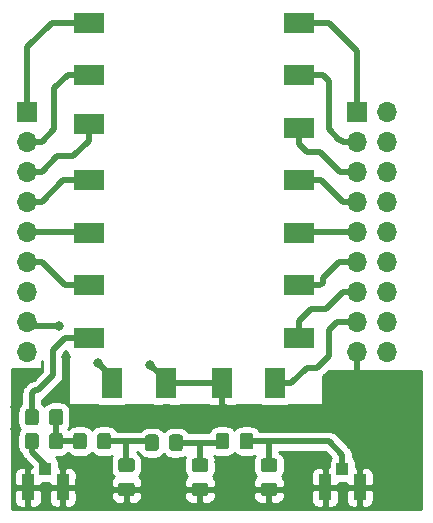
<source format=gbr>
G04 #@! TF.GenerationSoftware,KiCad,Pcbnew,5.1.5+dfsg1-2build2*
G04 #@! TF.CreationDate,2021-10-04T21:53:14-05:00*
G04 #@! TF.ProjectId,SA818_DIL,53413831-385f-4444-994c-2e6b69636164,rev?*
G04 #@! TF.SameCoordinates,Original*
G04 #@! TF.FileFunction,Copper,L1,Top*
G04 #@! TF.FilePolarity,Positive*
%FSLAX46Y46*%
G04 Gerber Fmt 4.6, Leading zero omitted, Abs format (unit mm)*
G04 Created by KiCad (PCBNEW 5.1.5+dfsg1-2build2) date 2021-10-04 21:53:14*
%MOMM*%
%LPD*%
G04 APERTURE LIST*
%ADD10R,1.050000X2.200000*%
%ADD11R,1.000000X1.050000*%
%ADD12C,0.100000*%
%ADD13O,1.700000X1.700000*%
%ADD14R,1.700000X1.700000*%
%ADD15R,1.800000X2.600000*%
%ADD16R,2.600000X1.800000*%
%ADD17C,0.800000*%
%ADD18C,0.500000*%
%ADD19C,0.254000*%
G04 APERTURE END LIST*
D10*
X130126000Y-145763000D03*
D11*
X128651000Y-144238000D03*
D10*
X127176000Y-145763000D03*
G04 #@! TA.AperFunction,SMDPad,CuDef*
D12*
G36*
X108816505Y-141160204D02*
G01*
X108840773Y-141163804D01*
X108864572Y-141169765D01*
X108887671Y-141178030D01*
X108909850Y-141188520D01*
X108930893Y-141201132D01*
X108950599Y-141215747D01*
X108968777Y-141232223D01*
X108985253Y-141250401D01*
X108999868Y-141270107D01*
X109012480Y-141291150D01*
X109022970Y-141313329D01*
X109031235Y-141336428D01*
X109037196Y-141360227D01*
X109040796Y-141384495D01*
X109042000Y-141408999D01*
X109042000Y-142309001D01*
X109040796Y-142333505D01*
X109037196Y-142357773D01*
X109031235Y-142381572D01*
X109022970Y-142404671D01*
X109012480Y-142426850D01*
X108999868Y-142447893D01*
X108985253Y-142467599D01*
X108968777Y-142485777D01*
X108950599Y-142502253D01*
X108930893Y-142516868D01*
X108909850Y-142529480D01*
X108887671Y-142539970D01*
X108864572Y-142548235D01*
X108840773Y-142554196D01*
X108816505Y-142557796D01*
X108792001Y-142559000D01*
X108141999Y-142559000D01*
X108117495Y-142557796D01*
X108093227Y-142554196D01*
X108069428Y-142548235D01*
X108046329Y-142539970D01*
X108024150Y-142529480D01*
X108003107Y-142516868D01*
X107983401Y-142502253D01*
X107965223Y-142485777D01*
X107948747Y-142467599D01*
X107934132Y-142447893D01*
X107921520Y-142426850D01*
X107911030Y-142404671D01*
X107902765Y-142381572D01*
X107896804Y-142357773D01*
X107893204Y-142333505D01*
X107892000Y-142309001D01*
X107892000Y-141408999D01*
X107893204Y-141384495D01*
X107896804Y-141360227D01*
X107902765Y-141336428D01*
X107911030Y-141313329D01*
X107921520Y-141291150D01*
X107934132Y-141270107D01*
X107948747Y-141250401D01*
X107965223Y-141232223D01*
X107983401Y-141215747D01*
X108003107Y-141201132D01*
X108024150Y-141188520D01*
X108046329Y-141178030D01*
X108069428Y-141169765D01*
X108093227Y-141163804D01*
X108117495Y-141160204D01*
X108141999Y-141159000D01*
X108792001Y-141159000D01*
X108816505Y-141160204D01*
G37*
G04 #@! TD.AperFunction*
G04 #@! TA.AperFunction,SMDPad,CuDef*
G36*
X106766505Y-141160204D02*
G01*
X106790773Y-141163804D01*
X106814572Y-141169765D01*
X106837671Y-141178030D01*
X106859850Y-141188520D01*
X106880893Y-141201132D01*
X106900599Y-141215747D01*
X106918777Y-141232223D01*
X106935253Y-141250401D01*
X106949868Y-141270107D01*
X106962480Y-141291150D01*
X106972970Y-141313329D01*
X106981235Y-141336428D01*
X106987196Y-141360227D01*
X106990796Y-141384495D01*
X106992000Y-141408999D01*
X106992000Y-142309001D01*
X106990796Y-142333505D01*
X106987196Y-142357773D01*
X106981235Y-142381572D01*
X106972970Y-142404671D01*
X106962480Y-142426850D01*
X106949868Y-142447893D01*
X106935253Y-142467599D01*
X106918777Y-142485777D01*
X106900599Y-142502253D01*
X106880893Y-142516868D01*
X106859850Y-142529480D01*
X106837671Y-142539970D01*
X106814572Y-142548235D01*
X106790773Y-142554196D01*
X106766505Y-142557796D01*
X106742001Y-142559000D01*
X106091999Y-142559000D01*
X106067495Y-142557796D01*
X106043227Y-142554196D01*
X106019428Y-142548235D01*
X105996329Y-142539970D01*
X105974150Y-142529480D01*
X105953107Y-142516868D01*
X105933401Y-142502253D01*
X105915223Y-142485777D01*
X105898747Y-142467599D01*
X105884132Y-142447893D01*
X105871520Y-142426850D01*
X105861030Y-142404671D01*
X105852765Y-142381572D01*
X105846804Y-142357773D01*
X105843204Y-142333505D01*
X105842000Y-142309001D01*
X105842000Y-141408999D01*
X105843204Y-141384495D01*
X105846804Y-141360227D01*
X105852765Y-141336428D01*
X105861030Y-141313329D01*
X105871520Y-141291150D01*
X105884132Y-141270107D01*
X105898747Y-141250401D01*
X105915223Y-141232223D01*
X105933401Y-141215747D01*
X105953107Y-141201132D01*
X105974150Y-141188520D01*
X105996329Y-141178030D01*
X106019428Y-141169765D01*
X106043227Y-141163804D01*
X106067495Y-141160204D01*
X106091999Y-141159000D01*
X106742001Y-141159000D01*
X106766505Y-141160204D01*
G37*
G04 #@! TD.AperFunction*
G04 #@! TA.AperFunction,SMDPad,CuDef*
G36*
X104752505Y-139128204D02*
G01*
X104776773Y-139131804D01*
X104800572Y-139137765D01*
X104823671Y-139146030D01*
X104845850Y-139156520D01*
X104866893Y-139169132D01*
X104886599Y-139183747D01*
X104904777Y-139200223D01*
X104921253Y-139218401D01*
X104935868Y-139238107D01*
X104948480Y-139259150D01*
X104958970Y-139281329D01*
X104967235Y-139304428D01*
X104973196Y-139328227D01*
X104976796Y-139352495D01*
X104978000Y-139376999D01*
X104978000Y-140277001D01*
X104976796Y-140301505D01*
X104973196Y-140325773D01*
X104967235Y-140349572D01*
X104958970Y-140372671D01*
X104948480Y-140394850D01*
X104935868Y-140415893D01*
X104921253Y-140435599D01*
X104904777Y-140453777D01*
X104886599Y-140470253D01*
X104866893Y-140484868D01*
X104845850Y-140497480D01*
X104823671Y-140507970D01*
X104800572Y-140516235D01*
X104776773Y-140522196D01*
X104752505Y-140525796D01*
X104728001Y-140527000D01*
X104077999Y-140527000D01*
X104053495Y-140525796D01*
X104029227Y-140522196D01*
X104005428Y-140516235D01*
X103982329Y-140507970D01*
X103960150Y-140497480D01*
X103939107Y-140484868D01*
X103919401Y-140470253D01*
X103901223Y-140453777D01*
X103884747Y-140435599D01*
X103870132Y-140415893D01*
X103857520Y-140394850D01*
X103847030Y-140372671D01*
X103838765Y-140349572D01*
X103832804Y-140325773D01*
X103829204Y-140301505D01*
X103828000Y-140277001D01*
X103828000Y-139376999D01*
X103829204Y-139352495D01*
X103832804Y-139328227D01*
X103838765Y-139304428D01*
X103847030Y-139281329D01*
X103857520Y-139259150D01*
X103870132Y-139238107D01*
X103884747Y-139218401D01*
X103901223Y-139200223D01*
X103919401Y-139183747D01*
X103939107Y-139169132D01*
X103960150Y-139156520D01*
X103982329Y-139146030D01*
X104005428Y-139137765D01*
X104029227Y-139131804D01*
X104053495Y-139128204D01*
X104077999Y-139127000D01*
X104728001Y-139127000D01*
X104752505Y-139128204D01*
G37*
G04 #@! TD.AperFunction*
G04 #@! TA.AperFunction,SMDPad,CuDef*
G36*
X102702505Y-139128204D02*
G01*
X102726773Y-139131804D01*
X102750572Y-139137765D01*
X102773671Y-139146030D01*
X102795850Y-139156520D01*
X102816893Y-139169132D01*
X102836599Y-139183747D01*
X102854777Y-139200223D01*
X102871253Y-139218401D01*
X102885868Y-139238107D01*
X102898480Y-139259150D01*
X102908970Y-139281329D01*
X102917235Y-139304428D01*
X102923196Y-139328227D01*
X102926796Y-139352495D01*
X102928000Y-139376999D01*
X102928000Y-140277001D01*
X102926796Y-140301505D01*
X102923196Y-140325773D01*
X102917235Y-140349572D01*
X102908970Y-140372671D01*
X102898480Y-140394850D01*
X102885868Y-140415893D01*
X102871253Y-140435599D01*
X102854777Y-140453777D01*
X102836599Y-140470253D01*
X102816893Y-140484868D01*
X102795850Y-140497480D01*
X102773671Y-140507970D01*
X102750572Y-140516235D01*
X102726773Y-140522196D01*
X102702505Y-140525796D01*
X102678001Y-140527000D01*
X102027999Y-140527000D01*
X102003495Y-140525796D01*
X101979227Y-140522196D01*
X101955428Y-140516235D01*
X101932329Y-140507970D01*
X101910150Y-140497480D01*
X101889107Y-140484868D01*
X101869401Y-140470253D01*
X101851223Y-140453777D01*
X101834747Y-140435599D01*
X101820132Y-140415893D01*
X101807520Y-140394850D01*
X101797030Y-140372671D01*
X101788765Y-140349572D01*
X101782804Y-140325773D01*
X101779204Y-140301505D01*
X101778000Y-140277001D01*
X101778000Y-139376999D01*
X101779204Y-139352495D01*
X101782804Y-139328227D01*
X101788765Y-139304428D01*
X101797030Y-139281329D01*
X101807520Y-139259150D01*
X101820132Y-139238107D01*
X101834747Y-139218401D01*
X101851223Y-139200223D01*
X101869401Y-139183747D01*
X101889107Y-139169132D01*
X101910150Y-139156520D01*
X101932329Y-139146030D01*
X101955428Y-139137765D01*
X101979227Y-139131804D01*
X102003495Y-139128204D01*
X102027999Y-139127000D01*
X102678001Y-139127000D01*
X102702505Y-139128204D01*
G37*
G04 #@! TD.AperFunction*
G04 #@! TA.AperFunction,SMDPad,CuDef*
G36*
X120881505Y-141160204D02*
G01*
X120905773Y-141163804D01*
X120929572Y-141169765D01*
X120952671Y-141178030D01*
X120974850Y-141188520D01*
X120995893Y-141201132D01*
X121015599Y-141215747D01*
X121033777Y-141232223D01*
X121050253Y-141250401D01*
X121064868Y-141270107D01*
X121077480Y-141291150D01*
X121087970Y-141313329D01*
X121096235Y-141336428D01*
X121102196Y-141360227D01*
X121105796Y-141384495D01*
X121107000Y-141408999D01*
X121107000Y-142309001D01*
X121105796Y-142333505D01*
X121102196Y-142357773D01*
X121096235Y-142381572D01*
X121087970Y-142404671D01*
X121077480Y-142426850D01*
X121064868Y-142447893D01*
X121050253Y-142467599D01*
X121033777Y-142485777D01*
X121015599Y-142502253D01*
X120995893Y-142516868D01*
X120974850Y-142529480D01*
X120952671Y-142539970D01*
X120929572Y-142548235D01*
X120905773Y-142554196D01*
X120881505Y-142557796D01*
X120857001Y-142559000D01*
X120206999Y-142559000D01*
X120182495Y-142557796D01*
X120158227Y-142554196D01*
X120134428Y-142548235D01*
X120111329Y-142539970D01*
X120089150Y-142529480D01*
X120068107Y-142516868D01*
X120048401Y-142502253D01*
X120030223Y-142485777D01*
X120013747Y-142467599D01*
X119999132Y-142447893D01*
X119986520Y-142426850D01*
X119976030Y-142404671D01*
X119967765Y-142381572D01*
X119961804Y-142357773D01*
X119958204Y-142333505D01*
X119957000Y-142309001D01*
X119957000Y-141408999D01*
X119958204Y-141384495D01*
X119961804Y-141360227D01*
X119967765Y-141336428D01*
X119976030Y-141313329D01*
X119986520Y-141291150D01*
X119999132Y-141270107D01*
X120013747Y-141250401D01*
X120030223Y-141232223D01*
X120048401Y-141215747D01*
X120068107Y-141201132D01*
X120089150Y-141188520D01*
X120111329Y-141178030D01*
X120134428Y-141169765D01*
X120158227Y-141163804D01*
X120182495Y-141160204D01*
X120206999Y-141159000D01*
X120857001Y-141159000D01*
X120881505Y-141160204D01*
G37*
G04 #@! TD.AperFunction*
G04 #@! TA.AperFunction,SMDPad,CuDef*
G36*
X118831505Y-141160204D02*
G01*
X118855773Y-141163804D01*
X118879572Y-141169765D01*
X118902671Y-141178030D01*
X118924850Y-141188520D01*
X118945893Y-141201132D01*
X118965599Y-141215747D01*
X118983777Y-141232223D01*
X119000253Y-141250401D01*
X119014868Y-141270107D01*
X119027480Y-141291150D01*
X119037970Y-141313329D01*
X119046235Y-141336428D01*
X119052196Y-141360227D01*
X119055796Y-141384495D01*
X119057000Y-141408999D01*
X119057000Y-142309001D01*
X119055796Y-142333505D01*
X119052196Y-142357773D01*
X119046235Y-142381572D01*
X119037970Y-142404671D01*
X119027480Y-142426850D01*
X119014868Y-142447893D01*
X119000253Y-142467599D01*
X118983777Y-142485777D01*
X118965599Y-142502253D01*
X118945893Y-142516868D01*
X118924850Y-142529480D01*
X118902671Y-142539970D01*
X118879572Y-142548235D01*
X118855773Y-142554196D01*
X118831505Y-142557796D01*
X118807001Y-142559000D01*
X118156999Y-142559000D01*
X118132495Y-142557796D01*
X118108227Y-142554196D01*
X118084428Y-142548235D01*
X118061329Y-142539970D01*
X118039150Y-142529480D01*
X118018107Y-142516868D01*
X117998401Y-142502253D01*
X117980223Y-142485777D01*
X117963747Y-142467599D01*
X117949132Y-142447893D01*
X117936520Y-142426850D01*
X117926030Y-142404671D01*
X117917765Y-142381572D01*
X117911804Y-142357773D01*
X117908204Y-142333505D01*
X117907000Y-142309001D01*
X117907000Y-141408999D01*
X117908204Y-141384495D01*
X117911804Y-141360227D01*
X117917765Y-141336428D01*
X117926030Y-141313329D01*
X117936520Y-141291150D01*
X117949132Y-141270107D01*
X117963747Y-141250401D01*
X117980223Y-141232223D01*
X117998401Y-141215747D01*
X118018107Y-141201132D01*
X118039150Y-141188520D01*
X118061329Y-141178030D01*
X118084428Y-141169765D01*
X118108227Y-141163804D01*
X118132495Y-141160204D01*
X118156999Y-141159000D01*
X118807001Y-141159000D01*
X118831505Y-141160204D01*
G37*
G04 #@! TD.AperFunction*
G04 #@! TA.AperFunction,SMDPad,CuDef*
G36*
X114912505Y-141287204D02*
G01*
X114936773Y-141290804D01*
X114960572Y-141296765D01*
X114983671Y-141305030D01*
X115005850Y-141315520D01*
X115026893Y-141328132D01*
X115046599Y-141342747D01*
X115064777Y-141359223D01*
X115081253Y-141377401D01*
X115095868Y-141397107D01*
X115108480Y-141418150D01*
X115118970Y-141440329D01*
X115127235Y-141463428D01*
X115133196Y-141487227D01*
X115136796Y-141511495D01*
X115138000Y-141535999D01*
X115138000Y-142436001D01*
X115136796Y-142460505D01*
X115133196Y-142484773D01*
X115127235Y-142508572D01*
X115118970Y-142531671D01*
X115108480Y-142553850D01*
X115095868Y-142574893D01*
X115081253Y-142594599D01*
X115064777Y-142612777D01*
X115046599Y-142629253D01*
X115026893Y-142643868D01*
X115005850Y-142656480D01*
X114983671Y-142666970D01*
X114960572Y-142675235D01*
X114936773Y-142681196D01*
X114912505Y-142684796D01*
X114888001Y-142686000D01*
X114237999Y-142686000D01*
X114213495Y-142684796D01*
X114189227Y-142681196D01*
X114165428Y-142675235D01*
X114142329Y-142666970D01*
X114120150Y-142656480D01*
X114099107Y-142643868D01*
X114079401Y-142629253D01*
X114061223Y-142612777D01*
X114044747Y-142594599D01*
X114030132Y-142574893D01*
X114017520Y-142553850D01*
X114007030Y-142531671D01*
X113998765Y-142508572D01*
X113992804Y-142484773D01*
X113989204Y-142460505D01*
X113988000Y-142436001D01*
X113988000Y-141535999D01*
X113989204Y-141511495D01*
X113992804Y-141487227D01*
X113998765Y-141463428D01*
X114007030Y-141440329D01*
X114017520Y-141418150D01*
X114030132Y-141397107D01*
X114044747Y-141377401D01*
X114061223Y-141359223D01*
X114079401Y-141342747D01*
X114099107Y-141328132D01*
X114120150Y-141315520D01*
X114142329Y-141305030D01*
X114165428Y-141296765D01*
X114189227Y-141290804D01*
X114213495Y-141287204D01*
X114237999Y-141286000D01*
X114888001Y-141286000D01*
X114912505Y-141287204D01*
G37*
G04 #@! TD.AperFunction*
G04 #@! TA.AperFunction,SMDPad,CuDef*
G36*
X112862505Y-141287204D02*
G01*
X112886773Y-141290804D01*
X112910572Y-141296765D01*
X112933671Y-141305030D01*
X112955850Y-141315520D01*
X112976893Y-141328132D01*
X112996599Y-141342747D01*
X113014777Y-141359223D01*
X113031253Y-141377401D01*
X113045868Y-141397107D01*
X113058480Y-141418150D01*
X113068970Y-141440329D01*
X113077235Y-141463428D01*
X113083196Y-141487227D01*
X113086796Y-141511495D01*
X113088000Y-141535999D01*
X113088000Y-142436001D01*
X113086796Y-142460505D01*
X113083196Y-142484773D01*
X113077235Y-142508572D01*
X113068970Y-142531671D01*
X113058480Y-142553850D01*
X113045868Y-142574893D01*
X113031253Y-142594599D01*
X113014777Y-142612777D01*
X112996599Y-142629253D01*
X112976893Y-142643868D01*
X112955850Y-142656480D01*
X112933671Y-142666970D01*
X112910572Y-142675235D01*
X112886773Y-142681196D01*
X112862505Y-142684796D01*
X112838001Y-142686000D01*
X112187999Y-142686000D01*
X112163495Y-142684796D01*
X112139227Y-142681196D01*
X112115428Y-142675235D01*
X112092329Y-142666970D01*
X112070150Y-142656480D01*
X112049107Y-142643868D01*
X112029401Y-142629253D01*
X112011223Y-142612777D01*
X111994747Y-142594599D01*
X111980132Y-142574893D01*
X111967520Y-142553850D01*
X111957030Y-142531671D01*
X111948765Y-142508572D01*
X111942804Y-142484773D01*
X111939204Y-142460505D01*
X111938000Y-142436001D01*
X111938000Y-141535999D01*
X111939204Y-141511495D01*
X111942804Y-141487227D01*
X111948765Y-141463428D01*
X111957030Y-141440329D01*
X111967520Y-141418150D01*
X111980132Y-141397107D01*
X111994747Y-141377401D01*
X112011223Y-141359223D01*
X112029401Y-141342747D01*
X112049107Y-141328132D01*
X112070150Y-141315520D01*
X112092329Y-141305030D01*
X112115428Y-141296765D01*
X112139227Y-141290804D01*
X112163495Y-141287204D01*
X112187999Y-141286000D01*
X112838001Y-141286000D01*
X112862505Y-141287204D01*
G37*
G04 #@! TD.AperFunction*
G04 #@! TA.AperFunction,SMDPad,CuDef*
G36*
X122902505Y-145358204D02*
G01*
X122926773Y-145361804D01*
X122950572Y-145367765D01*
X122973671Y-145376030D01*
X122995850Y-145386520D01*
X123016893Y-145399132D01*
X123036599Y-145413747D01*
X123054777Y-145430223D01*
X123071253Y-145448401D01*
X123085868Y-145468107D01*
X123098480Y-145489150D01*
X123108970Y-145511329D01*
X123117235Y-145534428D01*
X123123196Y-145558227D01*
X123126796Y-145582495D01*
X123128000Y-145606999D01*
X123128000Y-146257001D01*
X123126796Y-146281505D01*
X123123196Y-146305773D01*
X123117235Y-146329572D01*
X123108970Y-146352671D01*
X123098480Y-146374850D01*
X123085868Y-146395893D01*
X123071253Y-146415599D01*
X123054777Y-146433777D01*
X123036599Y-146450253D01*
X123016893Y-146464868D01*
X122995850Y-146477480D01*
X122973671Y-146487970D01*
X122950572Y-146496235D01*
X122926773Y-146502196D01*
X122902505Y-146505796D01*
X122878001Y-146507000D01*
X121977999Y-146507000D01*
X121953495Y-146505796D01*
X121929227Y-146502196D01*
X121905428Y-146496235D01*
X121882329Y-146487970D01*
X121860150Y-146477480D01*
X121839107Y-146464868D01*
X121819401Y-146450253D01*
X121801223Y-146433777D01*
X121784747Y-146415599D01*
X121770132Y-146395893D01*
X121757520Y-146374850D01*
X121747030Y-146352671D01*
X121738765Y-146329572D01*
X121732804Y-146305773D01*
X121729204Y-146281505D01*
X121728000Y-146257001D01*
X121728000Y-145606999D01*
X121729204Y-145582495D01*
X121732804Y-145558227D01*
X121738765Y-145534428D01*
X121747030Y-145511329D01*
X121757520Y-145489150D01*
X121770132Y-145468107D01*
X121784747Y-145448401D01*
X121801223Y-145430223D01*
X121819401Y-145413747D01*
X121839107Y-145399132D01*
X121860150Y-145386520D01*
X121882329Y-145376030D01*
X121905428Y-145367765D01*
X121929227Y-145361804D01*
X121953495Y-145358204D01*
X121977999Y-145357000D01*
X122878001Y-145357000D01*
X122902505Y-145358204D01*
G37*
G04 #@! TD.AperFunction*
G04 #@! TA.AperFunction,SMDPad,CuDef*
G36*
X122902505Y-143308204D02*
G01*
X122926773Y-143311804D01*
X122950572Y-143317765D01*
X122973671Y-143326030D01*
X122995850Y-143336520D01*
X123016893Y-143349132D01*
X123036599Y-143363747D01*
X123054777Y-143380223D01*
X123071253Y-143398401D01*
X123085868Y-143418107D01*
X123098480Y-143439150D01*
X123108970Y-143461329D01*
X123117235Y-143484428D01*
X123123196Y-143508227D01*
X123126796Y-143532495D01*
X123128000Y-143556999D01*
X123128000Y-144207001D01*
X123126796Y-144231505D01*
X123123196Y-144255773D01*
X123117235Y-144279572D01*
X123108970Y-144302671D01*
X123098480Y-144324850D01*
X123085868Y-144345893D01*
X123071253Y-144365599D01*
X123054777Y-144383777D01*
X123036599Y-144400253D01*
X123016893Y-144414868D01*
X122995850Y-144427480D01*
X122973671Y-144437970D01*
X122950572Y-144446235D01*
X122926773Y-144452196D01*
X122902505Y-144455796D01*
X122878001Y-144457000D01*
X121977999Y-144457000D01*
X121953495Y-144455796D01*
X121929227Y-144452196D01*
X121905428Y-144446235D01*
X121882329Y-144437970D01*
X121860150Y-144427480D01*
X121839107Y-144414868D01*
X121819401Y-144400253D01*
X121801223Y-144383777D01*
X121784747Y-144365599D01*
X121770132Y-144345893D01*
X121757520Y-144324850D01*
X121747030Y-144302671D01*
X121738765Y-144279572D01*
X121732804Y-144255773D01*
X121729204Y-144231505D01*
X121728000Y-144207001D01*
X121728000Y-143556999D01*
X121729204Y-143532495D01*
X121732804Y-143508227D01*
X121738765Y-143484428D01*
X121747030Y-143461329D01*
X121757520Y-143439150D01*
X121770132Y-143418107D01*
X121784747Y-143398401D01*
X121801223Y-143380223D01*
X121819401Y-143363747D01*
X121839107Y-143349132D01*
X121860150Y-143336520D01*
X121882329Y-143326030D01*
X121905428Y-143317765D01*
X121929227Y-143311804D01*
X121953495Y-143308204D01*
X121977999Y-143307000D01*
X122878001Y-143307000D01*
X122902505Y-143308204D01*
G37*
G04 #@! TD.AperFunction*
G04 #@! TA.AperFunction,SMDPad,CuDef*
G36*
X117060505Y-145358204D02*
G01*
X117084773Y-145361804D01*
X117108572Y-145367765D01*
X117131671Y-145376030D01*
X117153850Y-145386520D01*
X117174893Y-145399132D01*
X117194599Y-145413747D01*
X117212777Y-145430223D01*
X117229253Y-145448401D01*
X117243868Y-145468107D01*
X117256480Y-145489150D01*
X117266970Y-145511329D01*
X117275235Y-145534428D01*
X117281196Y-145558227D01*
X117284796Y-145582495D01*
X117286000Y-145606999D01*
X117286000Y-146257001D01*
X117284796Y-146281505D01*
X117281196Y-146305773D01*
X117275235Y-146329572D01*
X117266970Y-146352671D01*
X117256480Y-146374850D01*
X117243868Y-146395893D01*
X117229253Y-146415599D01*
X117212777Y-146433777D01*
X117194599Y-146450253D01*
X117174893Y-146464868D01*
X117153850Y-146477480D01*
X117131671Y-146487970D01*
X117108572Y-146496235D01*
X117084773Y-146502196D01*
X117060505Y-146505796D01*
X117036001Y-146507000D01*
X116135999Y-146507000D01*
X116111495Y-146505796D01*
X116087227Y-146502196D01*
X116063428Y-146496235D01*
X116040329Y-146487970D01*
X116018150Y-146477480D01*
X115997107Y-146464868D01*
X115977401Y-146450253D01*
X115959223Y-146433777D01*
X115942747Y-146415599D01*
X115928132Y-146395893D01*
X115915520Y-146374850D01*
X115905030Y-146352671D01*
X115896765Y-146329572D01*
X115890804Y-146305773D01*
X115887204Y-146281505D01*
X115886000Y-146257001D01*
X115886000Y-145606999D01*
X115887204Y-145582495D01*
X115890804Y-145558227D01*
X115896765Y-145534428D01*
X115905030Y-145511329D01*
X115915520Y-145489150D01*
X115928132Y-145468107D01*
X115942747Y-145448401D01*
X115959223Y-145430223D01*
X115977401Y-145413747D01*
X115997107Y-145399132D01*
X116018150Y-145386520D01*
X116040329Y-145376030D01*
X116063428Y-145367765D01*
X116087227Y-145361804D01*
X116111495Y-145358204D01*
X116135999Y-145357000D01*
X117036001Y-145357000D01*
X117060505Y-145358204D01*
G37*
G04 #@! TD.AperFunction*
G04 #@! TA.AperFunction,SMDPad,CuDef*
G36*
X117060505Y-143308204D02*
G01*
X117084773Y-143311804D01*
X117108572Y-143317765D01*
X117131671Y-143326030D01*
X117153850Y-143336520D01*
X117174893Y-143349132D01*
X117194599Y-143363747D01*
X117212777Y-143380223D01*
X117229253Y-143398401D01*
X117243868Y-143418107D01*
X117256480Y-143439150D01*
X117266970Y-143461329D01*
X117275235Y-143484428D01*
X117281196Y-143508227D01*
X117284796Y-143532495D01*
X117286000Y-143556999D01*
X117286000Y-144207001D01*
X117284796Y-144231505D01*
X117281196Y-144255773D01*
X117275235Y-144279572D01*
X117266970Y-144302671D01*
X117256480Y-144324850D01*
X117243868Y-144345893D01*
X117229253Y-144365599D01*
X117212777Y-144383777D01*
X117194599Y-144400253D01*
X117174893Y-144414868D01*
X117153850Y-144427480D01*
X117131671Y-144437970D01*
X117108572Y-144446235D01*
X117084773Y-144452196D01*
X117060505Y-144455796D01*
X117036001Y-144457000D01*
X116135999Y-144457000D01*
X116111495Y-144455796D01*
X116087227Y-144452196D01*
X116063428Y-144446235D01*
X116040329Y-144437970D01*
X116018150Y-144427480D01*
X115997107Y-144414868D01*
X115977401Y-144400253D01*
X115959223Y-144383777D01*
X115942747Y-144365599D01*
X115928132Y-144345893D01*
X115915520Y-144324850D01*
X115905030Y-144302671D01*
X115896765Y-144279572D01*
X115890804Y-144255773D01*
X115887204Y-144231505D01*
X115886000Y-144207001D01*
X115886000Y-143556999D01*
X115887204Y-143532495D01*
X115890804Y-143508227D01*
X115896765Y-143484428D01*
X115905030Y-143461329D01*
X115915520Y-143439150D01*
X115928132Y-143418107D01*
X115942747Y-143398401D01*
X115959223Y-143380223D01*
X115977401Y-143363747D01*
X115997107Y-143349132D01*
X116018150Y-143336520D01*
X116040329Y-143326030D01*
X116063428Y-143317765D01*
X116087227Y-143311804D01*
X116111495Y-143308204D01*
X116135999Y-143307000D01*
X117036001Y-143307000D01*
X117060505Y-143308204D01*
G37*
G04 #@! TD.AperFunction*
G04 #@! TA.AperFunction,SMDPad,CuDef*
G36*
X110837505Y-145358204D02*
G01*
X110861773Y-145361804D01*
X110885572Y-145367765D01*
X110908671Y-145376030D01*
X110930850Y-145386520D01*
X110951893Y-145399132D01*
X110971599Y-145413747D01*
X110989777Y-145430223D01*
X111006253Y-145448401D01*
X111020868Y-145468107D01*
X111033480Y-145489150D01*
X111043970Y-145511329D01*
X111052235Y-145534428D01*
X111058196Y-145558227D01*
X111061796Y-145582495D01*
X111063000Y-145606999D01*
X111063000Y-146257001D01*
X111061796Y-146281505D01*
X111058196Y-146305773D01*
X111052235Y-146329572D01*
X111043970Y-146352671D01*
X111033480Y-146374850D01*
X111020868Y-146395893D01*
X111006253Y-146415599D01*
X110989777Y-146433777D01*
X110971599Y-146450253D01*
X110951893Y-146464868D01*
X110930850Y-146477480D01*
X110908671Y-146487970D01*
X110885572Y-146496235D01*
X110861773Y-146502196D01*
X110837505Y-146505796D01*
X110813001Y-146507000D01*
X109912999Y-146507000D01*
X109888495Y-146505796D01*
X109864227Y-146502196D01*
X109840428Y-146496235D01*
X109817329Y-146487970D01*
X109795150Y-146477480D01*
X109774107Y-146464868D01*
X109754401Y-146450253D01*
X109736223Y-146433777D01*
X109719747Y-146415599D01*
X109705132Y-146395893D01*
X109692520Y-146374850D01*
X109682030Y-146352671D01*
X109673765Y-146329572D01*
X109667804Y-146305773D01*
X109664204Y-146281505D01*
X109663000Y-146257001D01*
X109663000Y-145606999D01*
X109664204Y-145582495D01*
X109667804Y-145558227D01*
X109673765Y-145534428D01*
X109682030Y-145511329D01*
X109692520Y-145489150D01*
X109705132Y-145468107D01*
X109719747Y-145448401D01*
X109736223Y-145430223D01*
X109754401Y-145413747D01*
X109774107Y-145399132D01*
X109795150Y-145386520D01*
X109817329Y-145376030D01*
X109840428Y-145367765D01*
X109864227Y-145361804D01*
X109888495Y-145358204D01*
X109912999Y-145357000D01*
X110813001Y-145357000D01*
X110837505Y-145358204D01*
G37*
G04 #@! TD.AperFunction*
G04 #@! TA.AperFunction,SMDPad,CuDef*
G36*
X110837505Y-143308204D02*
G01*
X110861773Y-143311804D01*
X110885572Y-143317765D01*
X110908671Y-143326030D01*
X110930850Y-143336520D01*
X110951893Y-143349132D01*
X110971599Y-143363747D01*
X110989777Y-143380223D01*
X111006253Y-143398401D01*
X111020868Y-143418107D01*
X111033480Y-143439150D01*
X111043970Y-143461329D01*
X111052235Y-143484428D01*
X111058196Y-143508227D01*
X111061796Y-143532495D01*
X111063000Y-143556999D01*
X111063000Y-144207001D01*
X111061796Y-144231505D01*
X111058196Y-144255773D01*
X111052235Y-144279572D01*
X111043970Y-144302671D01*
X111033480Y-144324850D01*
X111020868Y-144345893D01*
X111006253Y-144365599D01*
X110989777Y-144383777D01*
X110971599Y-144400253D01*
X110951893Y-144414868D01*
X110930850Y-144427480D01*
X110908671Y-144437970D01*
X110885572Y-144446235D01*
X110861773Y-144452196D01*
X110837505Y-144455796D01*
X110813001Y-144457000D01*
X109912999Y-144457000D01*
X109888495Y-144455796D01*
X109864227Y-144452196D01*
X109840428Y-144446235D01*
X109817329Y-144437970D01*
X109795150Y-144427480D01*
X109774107Y-144414868D01*
X109754401Y-144400253D01*
X109736223Y-144383777D01*
X109719747Y-144365599D01*
X109705132Y-144345893D01*
X109692520Y-144324850D01*
X109682030Y-144302671D01*
X109673765Y-144279572D01*
X109667804Y-144255773D01*
X109664204Y-144231505D01*
X109663000Y-144207001D01*
X109663000Y-143556999D01*
X109664204Y-143532495D01*
X109667804Y-143508227D01*
X109673765Y-143484428D01*
X109682030Y-143461329D01*
X109692520Y-143439150D01*
X109705132Y-143418107D01*
X109719747Y-143398401D01*
X109736223Y-143380223D01*
X109754401Y-143363747D01*
X109774107Y-143349132D01*
X109795150Y-143336520D01*
X109817329Y-143326030D01*
X109840428Y-143317765D01*
X109864227Y-143311804D01*
X109888495Y-143308204D01*
X109912999Y-143307000D01*
X110813001Y-143307000D01*
X110837505Y-143308204D01*
G37*
G04 #@! TD.AperFunction*
G04 #@! TA.AperFunction,SMDPad,CuDef*
G36*
X104752505Y-141160204D02*
G01*
X104776773Y-141163804D01*
X104800572Y-141169765D01*
X104823671Y-141178030D01*
X104845850Y-141188520D01*
X104866893Y-141201132D01*
X104886599Y-141215747D01*
X104904777Y-141232223D01*
X104921253Y-141250401D01*
X104935868Y-141270107D01*
X104948480Y-141291150D01*
X104958970Y-141313329D01*
X104967235Y-141336428D01*
X104973196Y-141360227D01*
X104976796Y-141384495D01*
X104978000Y-141408999D01*
X104978000Y-142309001D01*
X104976796Y-142333505D01*
X104973196Y-142357773D01*
X104967235Y-142381572D01*
X104958970Y-142404671D01*
X104948480Y-142426850D01*
X104935868Y-142447893D01*
X104921253Y-142467599D01*
X104904777Y-142485777D01*
X104886599Y-142502253D01*
X104866893Y-142516868D01*
X104845850Y-142529480D01*
X104823671Y-142539970D01*
X104800572Y-142548235D01*
X104776773Y-142554196D01*
X104752505Y-142557796D01*
X104728001Y-142559000D01*
X104077999Y-142559000D01*
X104053495Y-142557796D01*
X104029227Y-142554196D01*
X104005428Y-142548235D01*
X103982329Y-142539970D01*
X103960150Y-142529480D01*
X103939107Y-142516868D01*
X103919401Y-142502253D01*
X103901223Y-142485777D01*
X103884747Y-142467599D01*
X103870132Y-142447893D01*
X103857520Y-142426850D01*
X103847030Y-142404671D01*
X103838765Y-142381572D01*
X103832804Y-142357773D01*
X103829204Y-142333505D01*
X103828000Y-142309001D01*
X103828000Y-141408999D01*
X103829204Y-141384495D01*
X103832804Y-141360227D01*
X103838765Y-141336428D01*
X103847030Y-141313329D01*
X103857520Y-141291150D01*
X103870132Y-141270107D01*
X103884747Y-141250401D01*
X103901223Y-141232223D01*
X103919401Y-141215747D01*
X103939107Y-141201132D01*
X103960150Y-141188520D01*
X103982329Y-141178030D01*
X104005428Y-141169765D01*
X104029227Y-141163804D01*
X104053495Y-141160204D01*
X104077999Y-141159000D01*
X104728001Y-141159000D01*
X104752505Y-141160204D01*
G37*
G04 #@! TD.AperFunction*
G04 #@! TA.AperFunction,SMDPad,CuDef*
G36*
X102702505Y-141160204D02*
G01*
X102726773Y-141163804D01*
X102750572Y-141169765D01*
X102773671Y-141178030D01*
X102795850Y-141188520D01*
X102816893Y-141201132D01*
X102836599Y-141215747D01*
X102854777Y-141232223D01*
X102871253Y-141250401D01*
X102885868Y-141270107D01*
X102898480Y-141291150D01*
X102908970Y-141313329D01*
X102917235Y-141336428D01*
X102923196Y-141360227D01*
X102926796Y-141384495D01*
X102928000Y-141408999D01*
X102928000Y-142309001D01*
X102926796Y-142333505D01*
X102923196Y-142357773D01*
X102917235Y-142381572D01*
X102908970Y-142404671D01*
X102898480Y-142426850D01*
X102885868Y-142447893D01*
X102871253Y-142467599D01*
X102854777Y-142485777D01*
X102836599Y-142502253D01*
X102816893Y-142516868D01*
X102795850Y-142529480D01*
X102773671Y-142539970D01*
X102750572Y-142548235D01*
X102726773Y-142554196D01*
X102702505Y-142557796D01*
X102678001Y-142559000D01*
X102027999Y-142559000D01*
X102003495Y-142557796D01*
X101979227Y-142554196D01*
X101955428Y-142548235D01*
X101932329Y-142539970D01*
X101910150Y-142529480D01*
X101889107Y-142516868D01*
X101869401Y-142502253D01*
X101851223Y-142485777D01*
X101834747Y-142467599D01*
X101820132Y-142447893D01*
X101807520Y-142426850D01*
X101797030Y-142404671D01*
X101788765Y-142381572D01*
X101782804Y-142357773D01*
X101779204Y-142333505D01*
X101778000Y-142309001D01*
X101778000Y-141408999D01*
X101779204Y-141384495D01*
X101782804Y-141360227D01*
X101788765Y-141336428D01*
X101797030Y-141313329D01*
X101807520Y-141291150D01*
X101820132Y-141270107D01*
X101834747Y-141250401D01*
X101851223Y-141232223D01*
X101869401Y-141215747D01*
X101889107Y-141201132D01*
X101910150Y-141188520D01*
X101932329Y-141178030D01*
X101955428Y-141169765D01*
X101979227Y-141163804D01*
X102003495Y-141160204D01*
X102027999Y-141159000D01*
X102678001Y-141159000D01*
X102702505Y-141160204D01*
G37*
G04 #@! TD.AperFunction*
D10*
X104975000Y-145763000D03*
D11*
X103500000Y-144238000D03*
D10*
X102025000Y-145763000D03*
D13*
X132461000Y-134290000D03*
X129921000Y-134290000D03*
X132461000Y-131750000D03*
X129921000Y-131750000D03*
X132461000Y-129210000D03*
X129921000Y-129210000D03*
X132461000Y-126670000D03*
X129921000Y-126670000D03*
X132461000Y-124130000D03*
X129921000Y-124130000D03*
X132461000Y-121590000D03*
X129921000Y-121590000D03*
X132461000Y-119050000D03*
X129921000Y-119050000D03*
X132461000Y-116510000D03*
X129921000Y-116510000D03*
X132461000Y-113970000D03*
D14*
X129921000Y-113970000D03*
D13*
X101981000Y-134290000D03*
X101981000Y-131750000D03*
X101981000Y-129210000D03*
X101981000Y-126670000D03*
X101981000Y-124130000D03*
X101981000Y-121590000D03*
X101981000Y-119050000D03*
X101981000Y-116510000D03*
D14*
X101981000Y-113970000D03*
D15*
X122918000Y-136961000D03*
X118468000Y-136961000D03*
X113718000Y-136961000D03*
X109118000Y-136961000D03*
D16*
X107178000Y-110861000D03*
X124978000Y-133111000D03*
X124978000Y-128661000D03*
X124978000Y-124211000D03*
X124978000Y-119761000D03*
X124978000Y-115311000D03*
X124978000Y-110861000D03*
X124978000Y-106411000D03*
X107178000Y-106411000D03*
X107178000Y-115011000D03*
X107178000Y-119761000D03*
X107178000Y-124211000D03*
X107178000Y-128661000D03*
X107178000Y-133111000D03*
D17*
X107950000Y-135255000D03*
X104648000Y-132080000D03*
X112395000Y-135382000D03*
X102616000Y-136144000D03*
X101219000Y-137160000D03*
X105283000Y-134747000D03*
X105029000Y-137160000D03*
X103632000Y-138430000D03*
X100965000Y-138938000D03*
X100965000Y-140843000D03*
X101346000Y-143510000D03*
X105029000Y-143510000D03*
X107442000Y-143383000D03*
X108712000Y-145161000D03*
X106045000Y-140208000D03*
X107442000Y-140335000D03*
X110490000Y-140589000D03*
X113538000Y-140462000D03*
X116586000Y-140716000D03*
X119507000Y-140335000D03*
X121920000Y-140589000D03*
X124968000Y-140589000D03*
X127254000Y-140589000D03*
X129413000Y-141859000D03*
X127127000Y-143510000D03*
X125730000Y-143129000D03*
X124206000Y-143129000D03*
X120777000Y-143637000D03*
X119507000Y-143510000D03*
X118237000Y-143637000D03*
X113538000Y-143510000D03*
X112014000Y-143764000D03*
X106045000Y-139192000D03*
X106553000Y-145034000D03*
X106553000Y-147193000D03*
X108966000Y-147193000D03*
X112014000Y-147193000D03*
X114935000Y-143637000D03*
X112141000Y-145542000D03*
X115062000Y-147193000D03*
X118364000Y-145415000D03*
X114808000Y-145415000D03*
X118364000Y-147066000D03*
X120777000Y-145415000D03*
X120777000Y-147193000D03*
X124206000Y-145415000D03*
X123825000Y-147193000D03*
X125603000Y-145542000D03*
X125730000Y-147320000D03*
X131826000Y-147193000D03*
X131699000Y-145669000D03*
X130302000Y-143637000D03*
X135001000Y-136398000D03*
X127762000Y-136525000D03*
X134620000Y-147193000D03*
X127508000Y-138303000D03*
X108712000Y-143510000D03*
D18*
X109118000Y-136423000D02*
X107950000Y-135255000D01*
X109118000Y-136961000D02*
X109118000Y-136423000D01*
X102311000Y-132080000D02*
X101981000Y-131750000D01*
X104648000Y-132080000D02*
X102311000Y-132080000D01*
X105174081Y-128661000D02*
X107178000Y-128661000D01*
X103183081Y-126670000D02*
X105174081Y-128661000D01*
X101981000Y-126670000D02*
X103183081Y-126670000D01*
X107097000Y-124130000D02*
X107178000Y-124211000D01*
X101981000Y-124130000D02*
X107097000Y-124130000D01*
X101981000Y-121590000D02*
X103200000Y-121590000D01*
X105029000Y-119761000D02*
X107178000Y-119761000D01*
X103200000Y-121590000D02*
X105029000Y-119761000D01*
X103183081Y-119050000D02*
X104504081Y-117729000D01*
X101981000Y-119050000D02*
X103183081Y-119050000D01*
X107178000Y-116411000D02*
X107178000Y-115011000D01*
X105860000Y-117729000D02*
X107178000Y-116411000D01*
X104504081Y-117729000D02*
X105860000Y-117729000D01*
X105378000Y-110861000D02*
X107178000Y-110861000D01*
X104267000Y-111972000D02*
X105378000Y-110861000D01*
X104267000Y-115426081D02*
X104267000Y-111972000D01*
X103183081Y-116510000D02*
X104267000Y-115426081D01*
X101981000Y-116510000D02*
X103183081Y-116510000D01*
X101981000Y-113970000D02*
X101981000Y-108458000D01*
X104028000Y-106411000D02*
X107178000Y-106411000D01*
X101981000Y-108458000D02*
X104028000Y-106411000D01*
X124318000Y-136961000D02*
X125643000Y-135636000D01*
X122918000Y-136961000D02*
X124318000Y-136961000D01*
X125643000Y-135636000D02*
X126492000Y-135636000D01*
X126492000Y-135636000D02*
X127508000Y-134620000D01*
X127508000Y-134620000D02*
X127508000Y-132461000D01*
X128219000Y-131750000D02*
X129921000Y-131750000D01*
X127508000Y-132461000D02*
X128219000Y-131750000D01*
X124978000Y-131711000D02*
X124978000Y-133111000D01*
X127254000Y-130674919D02*
X126014081Y-130674919D01*
X128718919Y-129210000D02*
X127254000Y-130674919D01*
X126014081Y-130674919D02*
X124978000Y-131711000D01*
X129921000Y-129210000D02*
X128718919Y-129210000D01*
X129921000Y-126670000D02*
X128346000Y-126670000D01*
X128346000Y-126670000D02*
X127000000Y-128016000D01*
X126778000Y-128661000D02*
X124978000Y-128661000D01*
X127000000Y-128439000D02*
X126778000Y-128661000D01*
X127000000Y-128016000D02*
X127000000Y-128439000D01*
X125059000Y-124130000D02*
X124978000Y-124211000D01*
X129921000Y-124130000D02*
X125059000Y-124130000D01*
X128718919Y-121590000D02*
X128540919Y-121412000D01*
X129921000Y-121590000D02*
X128718919Y-121590000D01*
X128540919Y-121412000D02*
X128524000Y-121412000D01*
X126873000Y-119761000D02*
X124978000Y-119761000D01*
X128524000Y-121412000D02*
X126873000Y-119761000D01*
X129921000Y-119050000D02*
X128448000Y-119050000D01*
X128448000Y-119050000D02*
X126746000Y-117348000D01*
X124978000Y-116711000D02*
X124978000Y-115311000D01*
X125615000Y-117348000D02*
X124978000Y-116711000D01*
X126746000Y-117348000D02*
X125615000Y-117348000D01*
X128718919Y-116510000D02*
X128540919Y-116332000D01*
X129921000Y-116510000D02*
X128718919Y-116510000D01*
X128540919Y-116332000D02*
X128397000Y-116332000D01*
X128397000Y-116332000D02*
X127508000Y-115443000D01*
X127508000Y-115443000D02*
X127508000Y-111379000D01*
X126990000Y-110861000D02*
X124978000Y-110861000D01*
X127508000Y-111379000D02*
X126990000Y-110861000D01*
X129921000Y-113970000D02*
X129921000Y-108839000D01*
X127493000Y-106411000D02*
X124978000Y-106411000D01*
X129921000Y-108839000D02*
X127493000Y-106411000D01*
X103500000Y-144238000D02*
X103500000Y-143886000D01*
X102353000Y-142739000D02*
X102353000Y-141859000D01*
X103500000Y-143886000D02*
X102353000Y-142739000D01*
X104403000Y-141859000D02*
X106417000Y-141859000D01*
X104403000Y-139827000D02*
X104403000Y-141859000D01*
X118468000Y-138761000D02*
X119153000Y-139446000D01*
X118468000Y-136961000D02*
X118468000Y-138761000D01*
X119153000Y-139446000D02*
X127381000Y-139446000D01*
X129921000Y-136906000D02*
X129921000Y-134290000D01*
X127381000Y-139446000D02*
X127762000Y-139065000D01*
X113718000Y-136961000D02*
X118468000Y-136961000D01*
X113718000Y-136705000D02*
X112395000Y-135382000D01*
X113718000Y-136961000D02*
X113718000Y-136705000D01*
X127762000Y-139065000D02*
X129921000Y-136906000D01*
X112386000Y-141859000D02*
X112513000Y-141986000D01*
X110363000Y-143307000D02*
X110363000Y-141859000D01*
X110363000Y-143882000D02*
X110363000Y-143307000D01*
X110363000Y-141859000D02*
X112386000Y-141859000D01*
X108467000Y-141859000D02*
X110363000Y-141859000D01*
X118355000Y-141986000D02*
X118482000Y-141859000D01*
X116586000Y-143882000D02*
X116586000Y-141986000D01*
X116586000Y-141986000D02*
X118355000Y-141986000D01*
X114563000Y-141986000D02*
X116586000Y-141986000D01*
X122428000Y-143882000D02*
X122428000Y-141859000D01*
X122428000Y-141859000D02*
X120532000Y-141859000D01*
X128651000Y-143002000D02*
X128651000Y-144238000D01*
X127508000Y-141859000D02*
X128651000Y-143002000D01*
X122428000Y-141859000D02*
X127508000Y-141859000D01*
X102870000Y-137541000D02*
X102616000Y-137541000D01*
X104140000Y-136271000D02*
X102870000Y-137541000D01*
X102616000Y-137541000D02*
X102353000Y-137804000D01*
X104140000Y-134112000D02*
X104140000Y-136271000D01*
X105141000Y-133111000D02*
X104140000Y-134112000D01*
X107178000Y-133111000D02*
X105141000Y-133111000D01*
X102353000Y-137804000D02*
X102353000Y-139827000D01*
X102032000Y-129159000D02*
X101981000Y-129210000D01*
D19*
G36*
X105288498Y-134255180D02*
G01*
X105347463Y-134365494D01*
X105410000Y-134441696D01*
X105410000Y-138684000D01*
X105412440Y-138708776D01*
X105419667Y-138732601D01*
X105431403Y-138754557D01*
X105447197Y-138773803D01*
X105466443Y-138789597D01*
X105488399Y-138801333D01*
X105512224Y-138808560D01*
X105537000Y-138811000D01*
X107899918Y-138811000D01*
X107973820Y-138850502D01*
X108093518Y-138886812D01*
X108218000Y-138899072D01*
X110018000Y-138899072D01*
X110142482Y-138886812D01*
X110262180Y-138850502D01*
X110336082Y-138811000D01*
X112499918Y-138811000D01*
X112573820Y-138850502D01*
X112693518Y-138886812D01*
X112818000Y-138899072D01*
X113432250Y-138896000D01*
X113517250Y-138811000D01*
X113918750Y-138811000D01*
X114003750Y-138896000D01*
X114618000Y-138899072D01*
X114742482Y-138886812D01*
X114862180Y-138850502D01*
X114936082Y-138811000D01*
X117249918Y-138811000D01*
X117323820Y-138850502D01*
X117443518Y-138886812D01*
X117568000Y-138899072D01*
X118182250Y-138896000D01*
X118267250Y-138811000D01*
X118668750Y-138811000D01*
X118753750Y-138896000D01*
X119368000Y-138899072D01*
X119492482Y-138886812D01*
X119612180Y-138850502D01*
X119686082Y-138811000D01*
X121699918Y-138811000D01*
X121773820Y-138850502D01*
X121893518Y-138886812D01*
X122018000Y-138899072D01*
X123818000Y-138899072D01*
X123942482Y-138886812D01*
X124062180Y-138850502D01*
X124136082Y-138811000D01*
X126873000Y-138811000D01*
X126897776Y-138808560D01*
X126921601Y-138801333D01*
X126943557Y-138789597D01*
X126962803Y-138773803D01*
X126978597Y-138754557D01*
X126990333Y-138732601D01*
X126997560Y-138708776D01*
X127000000Y-138684000D01*
X127000000Y-136363970D01*
X127120817Y-136264817D01*
X127148534Y-136231044D01*
X127489578Y-135890000D01*
X135340001Y-135890000D01*
X135340001Y-147600000D01*
X100660000Y-147600000D01*
X100660000Y-146863000D01*
X100861928Y-146863000D01*
X100874188Y-146987482D01*
X100910498Y-147107180D01*
X100969463Y-147217494D01*
X101048815Y-147314185D01*
X101145506Y-147393537D01*
X101255820Y-147452502D01*
X101375518Y-147488812D01*
X101500000Y-147501072D01*
X101739250Y-147498000D01*
X101898000Y-147339250D01*
X101898000Y-145890000D01*
X102152000Y-145890000D01*
X102152000Y-147339250D01*
X102310750Y-147498000D01*
X102550000Y-147501072D01*
X102674482Y-147488812D01*
X102794180Y-147452502D01*
X102904494Y-147393537D01*
X103001185Y-147314185D01*
X103080537Y-147217494D01*
X103139502Y-147107180D01*
X103175812Y-146987482D01*
X103188072Y-146863000D01*
X103811928Y-146863000D01*
X103824188Y-146987482D01*
X103860498Y-147107180D01*
X103919463Y-147217494D01*
X103998815Y-147314185D01*
X104095506Y-147393537D01*
X104205820Y-147452502D01*
X104325518Y-147488812D01*
X104450000Y-147501072D01*
X104689250Y-147498000D01*
X104848000Y-147339250D01*
X104848000Y-145890000D01*
X105102000Y-145890000D01*
X105102000Y-147339250D01*
X105260750Y-147498000D01*
X105500000Y-147501072D01*
X105624482Y-147488812D01*
X105744180Y-147452502D01*
X105854494Y-147393537D01*
X105951185Y-147314185D01*
X106030537Y-147217494D01*
X106089502Y-147107180D01*
X106125812Y-146987482D01*
X106138072Y-146863000D01*
X106136729Y-146507000D01*
X109024928Y-146507000D01*
X109037188Y-146631482D01*
X109073498Y-146751180D01*
X109132463Y-146861494D01*
X109211815Y-146958185D01*
X109308506Y-147037537D01*
X109418820Y-147096502D01*
X109538518Y-147132812D01*
X109663000Y-147145072D01*
X110077250Y-147142000D01*
X110236000Y-146983250D01*
X110236000Y-146059000D01*
X110490000Y-146059000D01*
X110490000Y-146983250D01*
X110648750Y-147142000D01*
X111063000Y-147145072D01*
X111187482Y-147132812D01*
X111307180Y-147096502D01*
X111417494Y-147037537D01*
X111514185Y-146958185D01*
X111593537Y-146861494D01*
X111652502Y-146751180D01*
X111688812Y-146631482D01*
X111701072Y-146507000D01*
X115247928Y-146507000D01*
X115260188Y-146631482D01*
X115296498Y-146751180D01*
X115355463Y-146861494D01*
X115434815Y-146958185D01*
X115531506Y-147037537D01*
X115641820Y-147096502D01*
X115761518Y-147132812D01*
X115886000Y-147145072D01*
X116300250Y-147142000D01*
X116459000Y-146983250D01*
X116459000Y-146059000D01*
X116713000Y-146059000D01*
X116713000Y-146983250D01*
X116871750Y-147142000D01*
X117286000Y-147145072D01*
X117410482Y-147132812D01*
X117530180Y-147096502D01*
X117640494Y-147037537D01*
X117737185Y-146958185D01*
X117816537Y-146861494D01*
X117875502Y-146751180D01*
X117911812Y-146631482D01*
X117924072Y-146507000D01*
X121089928Y-146507000D01*
X121102188Y-146631482D01*
X121138498Y-146751180D01*
X121197463Y-146861494D01*
X121276815Y-146958185D01*
X121373506Y-147037537D01*
X121483820Y-147096502D01*
X121603518Y-147132812D01*
X121728000Y-147145072D01*
X122142250Y-147142000D01*
X122301000Y-146983250D01*
X122301000Y-146059000D01*
X122555000Y-146059000D01*
X122555000Y-146983250D01*
X122713750Y-147142000D01*
X123128000Y-147145072D01*
X123252482Y-147132812D01*
X123372180Y-147096502D01*
X123482494Y-147037537D01*
X123579185Y-146958185D01*
X123657301Y-146863000D01*
X126012928Y-146863000D01*
X126025188Y-146987482D01*
X126061498Y-147107180D01*
X126120463Y-147217494D01*
X126199815Y-147314185D01*
X126296506Y-147393537D01*
X126406820Y-147452502D01*
X126526518Y-147488812D01*
X126651000Y-147501072D01*
X126890250Y-147498000D01*
X127049000Y-147339250D01*
X127049000Y-145890000D01*
X127303000Y-145890000D01*
X127303000Y-147339250D01*
X127461750Y-147498000D01*
X127701000Y-147501072D01*
X127825482Y-147488812D01*
X127945180Y-147452502D01*
X128055494Y-147393537D01*
X128152185Y-147314185D01*
X128231537Y-147217494D01*
X128290502Y-147107180D01*
X128326812Y-146987482D01*
X128339072Y-146863000D01*
X128962928Y-146863000D01*
X128975188Y-146987482D01*
X129011498Y-147107180D01*
X129070463Y-147217494D01*
X129149815Y-147314185D01*
X129246506Y-147393537D01*
X129356820Y-147452502D01*
X129476518Y-147488812D01*
X129601000Y-147501072D01*
X129840250Y-147498000D01*
X129999000Y-147339250D01*
X129999000Y-145890000D01*
X130253000Y-145890000D01*
X130253000Y-147339250D01*
X130411750Y-147498000D01*
X130651000Y-147501072D01*
X130775482Y-147488812D01*
X130895180Y-147452502D01*
X131005494Y-147393537D01*
X131102185Y-147314185D01*
X131181537Y-147217494D01*
X131240502Y-147107180D01*
X131276812Y-146987482D01*
X131289072Y-146863000D01*
X131286000Y-146048750D01*
X131127250Y-145890000D01*
X130253000Y-145890000D01*
X129999000Y-145890000D01*
X129124750Y-145890000D01*
X128966000Y-146048750D01*
X128962928Y-146863000D01*
X128339072Y-146863000D01*
X128336000Y-146048750D01*
X128177250Y-145890000D01*
X127303000Y-145890000D01*
X127049000Y-145890000D01*
X126174750Y-145890000D01*
X126016000Y-146048750D01*
X126012928Y-146863000D01*
X123657301Y-146863000D01*
X123658537Y-146861494D01*
X123717502Y-146751180D01*
X123753812Y-146631482D01*
X123766072Y-146507000D01*
X123763000Y-146217750D01*
X123604250Y-146059000D01*
X122555000Y-146059000D01*
X122301000Y-146059000D01*
X121251750Y-146059000D01*
X121093000Y-146217750D01*
X121089928Y-146507000D01*
X117924072Y-146507000D01*
X117921000Y-146217750D01*
X117762250Y-146059000D01*
X116713000Y-146059000D01*
X116459000Y-146059000D01*
X115409750Y-146059000D01*
X115251000Y-146217750D01*
X115247928Y-146507000D01*
X111701072Y-146507000D01*
X111698000Y-146217750D01*
X111539250Y-146059000D01*
X110490000Y-146059000D01*
X110236000Y-146059000D01*
X109186750Y-146059000D01*
X109028000Y-146217750D01*
X109024928Y-146507000D01*
X106136729Y-146507000D01*
X106135000Y-146048750D01*
X105976250Y-145890000D01*
X105102000Y-145890000D01*
X104848000Y-145890000D01*
X103973750Y-145890000D01*
X103815000Y-146048750D01*
X103811928Y-146863000D01*
X103188072Y-146863000D01*
X103185000Y-146048750D01*
X103026250Y-145890000D01*
X102152000Y-145890000D01*
X101898000Y-145890000D01*
X101023750Y-145890000D01*
X100865000Y-146048750D01*
X100861928Y-146863000D01*
X100660000Y-146863000D01*
X100660000Y-144663000D01*
X100861928Y-144663000D01*
X100865000Y-145477250D01*
X101023750Y-145636000D01*
X101898000Y-145636000D01*
X101898000Y-144186750D01*
X101739250Y-144028000D01*
X101500000Y-144024928D01*
X101375518Y-144037188D01*
X101255820Y-144073498D01*
X101145506Y-144132463D01*
X101048815Y-144211815D01*
X100969463Y-144308506D01*
X100910498Y-144418820D01*
X100874188Y-144538518D01*
X100861928Y-144663000D01*
X100660000Y-144663000D01*
X100660000Y-135763000D01*
X103124000Y-135763000D01*
X103148776Y-135760560D01*
X103172601Y-135753333D01*
X103194557Y-135741597D01*
X103213803Y-135725803D01*
X103229597Y-135706557D01*
X103241333Y-135684601D01*
X103248560Y-135660776D01*
X103251000Y-135636000D01*
X103251000Y-135059120D01*
X103252641Y-135056920D01*
X103255000Y-135051966D01*
X103255001Y-135904420D01*
X102495872Y-136663549D01*
X102442510Y-136668805D01*
X102275687Y-136719411D01*
X102121941Y-136801589D01*
X101987183Y-136912183D01*
X101959468Y-136945954D01*
X101757956Y-137147466D01*
X101724183Y-137175183D01*
X101613589Y-137309942D01*
X101531411Y-137463688D01*
X101480805Y-137630511D01*
X101468000Y-137760524D01*
X101468000Y-137760531D01*
X101463719Y-137804000D01*
X101468000Y-137847469D01*
X101468000Y-138693263D01*
X101400038Y-138749038D01*
X101289595Y-138883613D01*
X101207528Y-139037149D01*
X101156992Y-139203745D01*
X101139928Y-139376999D01*
X101139928Y-140277001D01*
X101156992Y-140450255D01*
X101207528Y-140616851D01*
X101289595Y-140770387D01*
X101349187Y-140843000D01*
X101289595Y-140915613D01*
X101207528Y-141069149D01*
X101156992Y-141235745D01*
X101139928Y-141408999D01*
X101139928Y-142309001D01*
X101156992Y-142482255D01*
X101207528Y-142648851D01*
X101289595Y-142802387D01*
X101400038Y-142936962D01*
X101517462Y-143033330D01*
X101531411Y-143079312D01*
X101613589Y-143233058D01*
X101724183Y-143367817D01*
X101757956Y-143395534D01*
X102361928Y-143999507D01*
X102361928Y-144027343D01*
X102310750Y-144028000D01*
X102152000Y-144186750D01*
X102152000Y-145636000D01*
X103026250Y-145636000D01*
X103185000Y-145477250D01*
X103185287Y-145401072D01*
X103814713Y-145401072D01*
X103815000Y-145477250D01*
X103973750Y-145636000D01*
X104848000Y-145636000D01*
X104848000Y-144186750D01*
X105102000Y-144186750D01*
X105102000Y-145636000D01*
X105976250Y-145636000D01*
X106135000Y-145477250D01*
X106138072Y-144663000D01*
X106125812Y-144538518D01*
X106089502Y-144418820D01*
X106030537Y-144308506D01*
X105951185Y-144211815D01*
X105854494Y-144132463D01*
X105744180Y-144073498D01*
X105624482Y-144037188D01*
X105500000Y-144024928D01*
X105260750Y-144028000D01*
X105102000Y-144186750D01*
X104848000Y-144186750D01*
X104689250Y-144028000D01*
X104638072Y-144027343D01*
X104638072Y-143713000D01*
X104625812Y-143588518D01*
X104589502Y-143468820D01*
X104530537Y-143358506D01*
X104451185Y-143261815D01*
X104372295Y-143197072D01*
X104728001Y-143197072D01*
X104901255Y-143180008D01*
X105067851Y-143129472D01*
X105221387Y-143047405D01*
X105355962Y-142936962D01*
X105410000Y-142871117D01*
X105464038Y-142936962D01*
X105598613Y-143047405D01*
X105752149Y-143129472D01*
X105918745Y-143180008D01*
X106091999Y-143197072D01*
X106742001Y-143197072D01*
X106915255Y-143180008D01*
X107081851Y-143129472D01*
X107235387Y-143047405D01*
X107369962Y-142936962D01*
X107442000Y-142849184D01*
X107514038Y-142936962D01*
X107648613Y-143047405D01*
X107802149Y-143129472D01*
X107968745Y-143180008D01*
X108141999Y-143197072D01*
X108792001Y-143197072D01*
X108965255Y-143180008D01*
X109131851Y-143129472D01*
X109142409Y-143123829D01*
X109092528Y-143217149D01*
X109041992Y-143383745D01*
X109024928Y-143556999D01*
X109024928Y-144207001D01*
X109041992Y-144380255D01*
X109092528Y-144546851D01*
X109174595Y-144700387D01*
X109285038Y-144834962D01*
X109291594Y-144840342D01*
X109211815Y-144905815D01*
X109132463Y-145002506D01*
X109073498Y-145112820D01*
X109037188Y-145232518D01*
X109024928Y-145357000D01*
X109028000Y-145646250D01*
X109186750Y-145805000D01*
X110236000Y-145805000D01*
X110236000Y-145785000D01*
X110490000Y-145785000D01*
X110490000Y-145805000D01*
X111539250Y-145805000D01*
X111698000Y-145646250D01*
X111701072Y-145357000D01*
X111688812Y-145232518D01*
X111652502Y-145112820D01*
X111593537Y-145002506D01*
X111514185Y-144905815D01*
X111434406Y-144840342D01*
X111440962Y-144834962D01*
X111551405Y-144700387D01*
X111633472Y-144546851D01*
X111684008Y-144380255D01*
X111701072Y-144207001D01*
X111701072Y-143556999D01*
X111684008Y-143383745D01*
X111633472Y-143217149D01*
X111551405Y-143063613D01*
X111440962Y-142929038D01*
X111306387Y-142818595D01*
X111248000Y-142787386D01*
X111248000Y-142744000D01*
X111357866Y-142744000D01*
X111367528Y-142775851D01*
X111449595Y-142929387D01*
X111560038Y-143063962D01*
X111694613Y-143174405D01*
X111848149Y-143256472D01*
X112014745Y-143307008D01*
X112187999Y-143324072D01*
X112838001Y-143324072D01*
X113011255Y-143307008D01*
X113177851Y-143256472D01*
X113331387Y-143174405D01*
X113465962Y-143063962D01*
X113538000Y-142976184D01*
X113610038Y-143063962D01*
X113744613Y-143174405D01*
X113898149Y-143256472D01*
X114064745Y-143307008D01*
X114237999Y-143324072D01*
X114888001Y-143324072D01*
X115061255Y-143307008D01*
X115227851Y-143256472D01*
X115321171Y-143206591D01*
X115315528Y-143217149D01*
X115264992Y-143383745D01*
X115247928Y-143556999D01*
X115247928Y-144207001D01*
X115264992Y-144380255D01*
X115315528Y-144546851D01*
X115397595Y-144700387D01*
X115508038Y-144834962D01*
X115514594Y-144840342D01*
X115434815Y-144905815D01*
X115355463Y-145002506D01*
X115296498Y-145112820D01*
X115260188Y-145232518D01*
X115247928Y-145357000D01*
X115251000Y-145646250D01*
X115409750Y-145805000D01*
X116459000Y-145805000D01*
X116459000Y-145785000D01*
X116713000Y-145785000D01*
X116713000Y-145805000D01*
X117762250Y-145805000D01*
X117921000Y-145646250D01*
X117924072Y-145357000D01*
X117911812Y-145232518D01*
X117875502Y-145112820D01*
X117816537Y-145002506D01*
X117737185Y-144905815D01*
X117657406Y-144840342D01*
X117663962Y-144834962D01*
X117774405Y-144700387D01*
X117856472Y-144546851D01*
X117907008Y-144380255D01*
X117924072Y-144207001D01*
X117924072Y-143556999D01*
X117907008Y-143383745D01*
X117856472Y-143217149D01*
X117806591Y-143123829D01*
X117817149Y-143129472D01*
X117983745Y-143180008D01*
X118156999Y-143197072D01*
X118807001Y-143197072D01*
X118980255Y-143180008D01*
X119146851Y-143129472D01*
X119300387Y-143047405D01*
X119434962Y-142936962D01*
X119507000Y-142849184D01*
X119579038Y-142936962D01*
X119713613Y-143047405D01*
X119867149Y-143129472D01*
X120033745Y-143180008D01*
X120206999Y-143197072D01*
X120857001Y-143197072D01*
X121030255Y-143180008D01*
X121196851Y-143129472D01*
X121207409Y-143123829D01*
X121157528Y-143217149D01*
X121106992Y-143383745D01*
X121089928Y-143556999D01*
X121089928Y-144207001D01*
X121106992Y-144380255D01*
X121157528Y-144546851D01*
X121239595Y-144700387D01*
X121350038Y-144834962D01*
X121356594Y-144840342D01*
X121276815Y-144905815D01*
X121197463Y-145002506D01*
X121138498Y-145112820D01*
X121102188Y-145232518D01*
X121089928Y-145357000D01*
X121093000Y-145646250D01*
X121251750Y-145805000D01*
X122301000Y-145805000D01*
X122301000Y-145785000D01*
X122555000Y-145785000D01*
X122555000Y-145805000D01*
X123604250Y-145805000D01*
X123763000Y-145646250D01*
X123766072Y-145357000D01*
X123753812Y-145232518D01*
X123717502Y-145112820D01*
X123658537Y-145002506D01*
X123579185Y-144905815D01*
X123499406Y-144840342D01*
X123505962Y-144834962D01*
X123616405Y-144700387D01*
X123636388Y-144663000D01*
X126012928Y-144663000D01*
X126016000Y-145477250D01*
X126174750Y-145636000D01*
X127049000Y-145636000D01*
X127049000Y-144186750D01*
X126890250Y-144028000D01*
X126651000Y-144024928D01*
X126526518Y-144037188D01*
X126406820Y-144073498D01*
X126296506Y-144132463D01*
X126199815Y-144211815D01*
X126120463Y-144308506D01*
X126061498Y-144418820D01*
X126025188Y-144538518D01*
X126012928Y-144663000D01*
X123636388Y-144663000D01*
X123698472Y-144546851D01*
X123749008Y-144380255D01*
X123766072Y-144207001D01*
X123766072Y-143556999D01*
X123749008Y-143383745D01*
X123698472Y-143217149D01*
X123616405Y-143063613D01*
X123505962Y-142929038D01*
X123371387Y-142818595D01*
X123313000Y-142787386D01*
X123313000Y-142744000D01*
X127141422Y-142744000D01*
X127681524Y-143284103D01*
X127620463Y-143358506D01*
X127561498Y-143468820D01*
X127525188Y-143588518D01*
X127512928Y-143713000D01*
X127512928Y-144027343D01*
X127461750Y-144028000D01*
X127303000Y-144186750D01*
X127303000Y-145636000D01*
X128177250Y-145636000D01*
X128336000Y-145477250D01*
X128336287Y-145401072D01*
X128965713Y-145401072D01*
X128966000Y-145477250D01*
X129124750Y-145636000D01*
X129999000Y-145636000D01*
X129999000Y-144186750D01*
X130253000Y-144186750D01*
X130253000Y-145636000D01*
X131127250Y-145636000D01*
X131286000Y-145477250D01*
X131289072Y-144663000D01*
X131276812Y-144538518D01*
X131240502Y-144418820D01*
X131181537Y-144308506D01*
X131102185Y-144211815D01*
X131005494Y-144132463D01*
X130895180Y-144073498D01*
X130775482Y-144037188D01*
X130651000Y-144024928D01*
X130411750Y-144028000D01*
X130253000Y-144186750D01*
X129999000Y-144186750D01*
X129840250Y-144028000D01*
X129789072Y-144027343D01*
X129789072Y-143713000D01*
X129776812Y-143588518D01*
X129740502Y-143468820D01*
X129681537Y-143358506D01*
X129602185Y-143261815D01*
X129536000Y-143207499D01*
X129536000Y-143045465D01*
X129540281Y-143001999D01*
X129536000Y-142958533D01*
X129536000Y-142958523D01*
X129523195Y-142828510D01*
X129472589Y-142661687D01*
X129390411Y-142507941D01*
X129331371Y-142436001D01*
X129307532Y-142406953D01*
X129307530Y-142406951D01*
X129279817Y-142373183D01*
X129246050Y-142345471D01*
X128164534Y-141263956D01*
X128136817Y-141230183D01*
X128002059Y-141119589D01*
X127848313Y-141037411D01*
X127681490Y-140986805D01*
X127551477Y-140974000D01*
X127551469Y-140974000D01*
X127508000Y-140969719D01*
X127464531Y-140974000D01*
X122471477Y-140974000D01*
X122428000Y-140969718D01*
X122384524Y-140974000D01*
X121626614Y-140974000D01*
X121595405Y-140915613D01*
X121484962Y-140781038D01*
X121350387Y-140670595D01*
X121196851Y-140588528D01*
X121030255Y-140537992D01*
X120857001Y-140520928D01*
X120206999Y-140520928D01*
X120033745Y-140537992D01*
X119867149Y-140588528D01*
X119713613Y-140670595D01*
X119579038Y-140781038D01*
X119507000Y-140868816D01*
X119434962Y-140781038D01*
X119300387Y-140670595D01*
X119146851Y-140588528D01*
X118980255Y-140537992D01*
X118807001Y-140520928D01*
X118156999Y-140520928D01*
X117983745Y-140537992D01*
X117817149Y-140588528D01*
X117663613Y-140670595D01*
X117529038Y-140781038D01*
X117418595Y-140915613D01*
X117336528Y-141069149D01*
X117326866Y-141101000D01*
X116629477Y-141101000D01*
X116586000Y-141096718D01*
X116542524Y-141101000D01*
X115657614Y-141101000D01*
X115626405Y-141042613D01*
X115515962Y-140908038D01*
X115381387Y-140797595D01*
X115227851Y-140715528D01*
X115061255Y-140664992D01*
X114888001Y-140647928D01*
X114237999Y-140647928D01*
X114064745Y-140664992D01*
X113898149Y-140715528D01*
X113744613Y-140797595D01*
X113610038Y-140908038D01*
X113538000Y-140995816D01*
X113465962Y-140908038D01*
X113331387Y-140797595D01*
X113177851Y-140715528D01*
X113011255Y-140664992D01*
X112838001Y-140647928D01*
X112187999Y-140647928D01*
X112014745Y-140664992D01*
X111848149Y-140715528D01*
X111694613Y-140797595D01*
X111560038Y-140908038D01*
X111505904Y-140974000D01*
X110406477Y-140974000D01*
X110363000Y-140969718D01*
X110319524Y-140974000D01*
X109561614Y-140974000D01*
X109530405Y-140915613D01*
X109419962Y-140781038D01*
X109285387Y-140670595D01*
X109131851Y-140588528D01*
X108965255Y-140537992D01*
X108792001Y-140520928D01*
X108141999Y-140520928D01*
X107968745Y-140537992D01*
X107802149Y-140588528D01*
X107648613Y-140670595D01*
X107514038Y-140781038D01*
X107442000Y-140868816D01*
X107369962Y-140781038D01*
X107235387Y-140670595D01*
X107081851Y-140588528D01*
X106915255Y-140537992D01*
X106742001Y-140520928D01*
X106091999Y-140520928D01*
X105918745Y-140537992D01*
X105752149Y-140588528D01*
X105598613Y-140670595D01*
X105464038Y-140781038D01*
X105410000Y-140846883D01*
X105406813Y-140843000D01*
X105466405Y-140770387D01*
X105548472Y-140616851D01*
X105599008Y-140450255D01*
X105616072Y-140277001D01*
X105616072Y-139376999D01*
X105599008Y-139203745D01*
X105548472Y-139037149D01*
X105466405Y-138883613D01*
X105355962Y-138749038D01*
X105221387Y-138638595D01*
X105067851Y-138556528D01*
X104901255Y-138505992D01*
X104728001Y-138488928D01*
X104077999Y-138488928D01*
X103904745Y-138505992D01*
X103738149Y-138556528D01*
X103584613Y-138638595D01*
X103450038Y-138749038D01*
X103378000Y-138836816D01*
X103305962Y-138749038D01*
X103238000Y-138693263D01*
X103238000Y-138347790D01*
X103364059Y-138280411D01*
X103498817Y-138169817D01*
X103526534Y-138136044D01*
X104735049Y-136927530D01*
X104768817Y-136899817D01*
X104879411Y-136765059D01*
X104961589Y-136611313D01*
X105012195Y-136444490D01*
X105025000Y-136314477D01*
X105025000Y-136314467D01*
X105029281Y-136271001D01*
X105025000Y-136227535D01*
X105025000Y-134478578D01*
X105279165Y-134224413D01*
X105288498Y-134255180D01*
G37*
X105288498Y-134255180D02*
X105347463Y-134365494D01*
X105410000Y-134441696D01*
X105410000Y-138684000D01*
X105412440Y-138708776D01*
X105419667Y-138732601D01*
X105431403Y-138754557D01*
X105447197Y-138773803D01*
X105466443Y-138789597D01*
X105488399Y-138801333D01*
X105512224Y-138808560D01*
X105537000Y-138811000D01*
X107899918Y-138811000D01*
X107973820Y-138850502D01*
X108093518Y-138886812D01*
X108218000Y-138899072D01*
X110018000Y-138899072D01*
X110142482Y-138886812D01*
X110262180Y-138850502D01*
X110336082Y-138811000D01*
X112499918Y-138811000D01*
X112573820Y-138850502D01*
X112693518Y-138886812D01*
X112818000Y-138899072D01*
X113432250Y-138896000D01*
X113517250Y-138811000D01*
X113918750Y-138811000D01*
X114003750Y-138896000D01*
X114618000Y-138899072D01*
X114742482Y-138886812D01*
X114862180Y-138850502D01*
X114936082Y-138811000D01*
X117249918Y-138811000D01*
X117323820Y-138850502D01*
X117443518Y-138886812D01*
X117568000Y-138899072D01*
X118182250Y-138896000D01*
X118267250Y-138811000D01*
X118668750Y-138811000D01*
X118753750Y-138896000D01*
X119368000Y-138899072D01*
X119492482Y-138886812D01*
X119612180Y-138850502D01*
X119686082Y-138811000D01*
X121699918Y-138811000D01*
X121773820Y-138850502D01*
X121893518Y-138886812D01*
X122018000Y-138899072D01*
X123818000Y-138899072D01*
X123942482Y-138886812D01*
X124062180Y-138850502D01*
X124136082Y-138811000D01*
X126873000Y-138811000D01*
X126897776Y-138808560D01*
X126921601Y-138801333D01*
X126943557Y-138789597D01*
X126962803Y-138773803D01*
X126978597Y-138754557D01*
X126990333Y-138732601D01*
X126997560Y-138708776D01*
X127000000Y-138684000D01*
X127000000Y-136363970D01*
X127120817Y-136264817D01*
X127148534Y-136231044D01*
X127489578Y-135890000D01*
X135340001Y-135890000D01*
X135340001Y-147600000D01*
X100660000Y-147600000D01*
X100660000Y-146863000D01*
X100861928Y-146863000D01*
X100874188Y-146987482D01*
X100910498Y-147107180D01*
X100969463Y-147217494D01*
X101048815Y-147314185D01*
X101145506Y-147393537D01*
X101255820Y-147452502D01*
X101375518Y-147488812D01*
X101500000Y-147501072D01*
X101739250Y-147498000D01*
X101898000Y-147339250D01*
X101898000Y-145890000D01*
X102152000Y-145890000D01*
X102152000Y-147339250D01*
X102310750Y-147498000D01*
X102550000Y-147501072D01*
X102674482Y-147488812D01*
X102794180Y-147452502D01*
X102904494Y-147393537D01*
X103001185Y-147314185D01*
X103080537Y-147217494D01*
X103139502Y-147107180D01*
X103175812Y-146987482D01*
X103188072Y-146863000D01*
X103811928Y-146863000D01*
X103824188Y-146987482D01*
X103860498Y-147107180D01*
X103919463Y-147217494D01*
X103998815Y-147314185D01*
X104095506Y-147393537D01*
X104205820Y-147452502D01*
X104325518Y-147488812D01*
X104450000Y-147501072D01*
X104689250Y-147498000D01*
X104848000Y-147339250D01*
X104848000Y-145890000D01*
X105102000Y-145890000D01*
X105102000Y-147339250D01*
X105260750Y-147498000D01*
X105500000Y-147501072D01*
X105624482Y-147488812D01*
X105744180Y-147452502D01*
X105854494Y-147393537D01*
X105951185Y-147314185D01*
X106030537Y-147217494D01*
X106089502Y-147107180D01*
X106125812Y-146987482D01*
X106138072Y-146863000D01*
X106136729Y-146507000D01*
X109024928Y-146507000D01*
X109037188Y-146631482D01*
X109073498Y-146751180D01*
X109132463Y-146861494D01*
X109211815Y-146958185D01*
X109308506Y-147037537D01*
X109418820Y-147096502D01*
X109538518Y-147132812D01*
X109663000Y-147145072D01*
X110077250Y-147142000D01*
X110236000Y-146983250D01*
X110236000Y-146059000D01*
X110490000Y-146059000D01*
X110490000Y-146983250D01*
X110648750Y-147142000D01*
X111063000Y-147145072D01*
X111187482Y-147132812D01*
X111307180Y-147096502D01*
X111417494Y-147037537D01*
X111514185Y-146958185D01*
X111593537Y-146861494D01*
X111652502Y-146751180D01*
X111688812Y-146631482D01*
X111701072Y-146507000D01*
X115247928Y-146507000D01*
X115260188Y-146631482D01*
X115296498Y-146751180D01*
X115355463Y-146861494D01*
X115434815Y-146958185D01*
X115531506Y-147037537D01*
X115641820Y-147096502D01*
X115761518Y-147132812D01*
X115886000Y-147145072D01*
X116300250Y-147142000D01*
X116459000Y-146983250D01*
X116459000Y-146059000D01*
X116713000Y-146059000D01*
X116713000Y-146983250D01*
X116871750Y-147142000D01*
X117286000Y-147145072D01*
X117410482Y-147132812D01*
X117530180Y-147096502D01*
X117640494Y-147037537D01*
X117737185Y-146958185D01*
X117816537Y-146861494D01*
X117875502Y-146751180D01*
X117911812Y-146631482D01*
X117924072Y-146507000D01*
X121089928Y-146507000D01*
X121102188Y-146631482D01*
X121138498Y-146751180D01*
X121197463Y-146861494D01*
X121276815Y-146958185D01*
X121373506Y-147037537D01*
X121483820Y-147096502D01*
X121603518Y-147132812D01*
X121728000Y-147145072D01*
X122142250Y-147142000D01*
X122301000Y-146983250D01*
X122301000Y-146059000D01*
X122555000Y-146059000D01*
X122555000Y-146983250D01*
X122713750Y-147142000D01*
X123128000Y-147145072D01*
X123252482Y-147132812D01*
X123372180Y-147096502D01*
X123482494Y-147037537D01*
X123579185Y-146958185D01*
X123657301Y-146863000D01*
X126012928Y-146863000D01*
X126025188Y-146987482D01*
X126061498Y-147107180D01*
X126120463Y-147217494D01*
X126199815Y-147314185D01*
X126296506Y-147393537D01*
X126406820Y-147452502D01*
X126526518Y-147488812D01*
X126651000Y-147501072D01*
X126890250Y-147498000D01*
X127049000Y-147339250D01*
X127049000Y-145890000D01*
X127303000Y-145890000D01*
X127303000Y-147339250D01*
X127461750Y-147498000D01*
X127701000Y-147501072D01*
X127825482Y-147488812D01*
X127945180Y-147452502D01*
X128055494Y-147393537D01*
X128152185Y-147314185D01*
X128231537Y-147217494D01*
X128290502Y-147107180D01*
X128326812Y-146987482D01*
X128339072Y-146863000D01*
X128962928Y-146863000D01*
X128975188Y-146987482D01*
X129011498Y-147107180D01*
X129070463Y-147217494D01*
X129149815Y-147314185D01*
X129246506Y-147393537D01*
X129356820Y-147452502D01*
X129476518Y-147488812D01*
X129601000Y-147501072D01*
X129840250Y-147498000D01*
X129999000Y-147339250D01*
X129999000Y-145890000D01*
X130253000Y-145890000D01*
X130253000Y-147339250D01*
X130411750Y-147498000D01*
X130651000Y-147501072D01*
X130775482Y-147488812D01*
X130895180Y-147452502D01*
X131005494Y-147393537D01*
X131102185Y-147314185D01*
X131181537Y-147217494D01*
X131240502Y-147107180D01*
X131276812Y-146987482D01*
X131289072Y-146863000D01*
X131286000Y-146048750D01*
X131127250Y-145890000D01*
X130253000Y-145890000D01*
X129999000Y-145890000D01*
X129124750Y-145890000D01*
X128966000Y-146048750D01*
X128962928Y-146863000D01*
X128339072Y-146863000D01*
X128336000Y-146048750D01*
X128177250Y-145890000D01*
X127303000Y-145890000D01*
X127049000Y-145890000D01*
X126174750Y-145890000D01*
X126016000Y-146048750D01*
X126012928Y-146863000D01*
X123657301Y-146863000D01*
X123658537Y-146861494D01*
X123717502Y-146751180D01*
X123753812Y-146631482D01*
X123766072Y-146507000D01*
X123763000Y-146217750D01*
X123604250Y-146059000D01*
X122555000Y-146059000D01*
X122301000Y-146059000D01*
X121251750Y-146059000D01*
X121093000Y-146217750D01*
X121089928Y-146507000D01*
X117924072Y-146507000D01*
X117921000Y-146217750D01*
X117762250Y-146059000D01*
X116713000Y-146059000D01*
X116459000Y-146059000D01*
X115409750Y-146059000D01*
X115251000Y-146217750D01*
X115247928Y-146507000D01*
X111701072Y-146507000D01*
X111698000Y-146217750D01*
X111539250Y-146059000D01*
X110490000Y-146059000D01*
X110236000Y-146059000D01*
X109186750Y-146059000D01*
X109028000Y-146217750D01*
X109024928Y-146507000D01*
X106136729Y-146507000D01*
X106135000Y-146048750D01*
X105976250Y-145890000D01*
X105102000Y-145890000D01*
X104848000Y-145890000D01*
X103973750Y-145890000D01*
X103815000Y-146048750D01*
X103811928Y-146863000D01*
X103188072Y-146863000D01*
X103185000Y-146048750D01*
X103026250Y-145890000D01*
X102152000Y-145890000D01*
X101898000Y-145890000D01*
X101023750Y-145890000D01*
X100865000Y-146048750D01*
X100861928Y-146863000D01*
X100660000Y-146863000D01*
X100660000Y-144663000D01*
X100861928Y-144663000D01*
X100865000Y-145477250D01*
X101023750Y-145636000D01*
X101898000Y-145636000D01*
X101898000Y-144186750D01*
X101739250Y-144028000D01*
X101500000Y-144024928D01*
X101375518Y-144037188D01*
X101255820Y-144073498D01*
X101145506Y-144132463D01*
X101048815Y-144211815D01*
X100969463Y-144308506D01*
X100910498Y-144418820D01*
X100874188Y-144538518D01*
X100861928Y-144663000D01*
X100660000Y-144663000D01*
X100660000Y-135763000D01*
X103124000Y-135763000D01*
X103148776Y-135760560D01*
X103172601Y-135753333D01*
X103194557Y-135741597D01*
X103213803Y-135725803D01*
X103229597Y-135706557D01*
X103241333Y-135684601D01*
X103248560Y-135660776D01*
X103251000Y-135636000D01*
X103251000Y-135059120D01*
X103252641Y-135056920D01*
X103255000Y-135051966D01*
X103255001Y-135904420D01*
X102495872Y-136663549D01*
X102442510Y-136668805D01*
X102275687Y-136719411D01*
X102121941Y-136801589D01*
X101987183Y-136912183D01*
X101959468Y-136945954D01*
X101757956Y-137147466D01*
X101724183Y-137175183D01*
X101613589Y-137309942D01*
X101531411Y-137463688D01*
X101480805Y-137630511D01*
X101468000Y-137760524D01*
X101468000Y-137760531D01*
X101463719Y-137804000D01*
X101468000Y-137847469D01*
X101468000Y-138693263D01*
X101400038Y-138749038D01*
X101289595Y-138883613D01*
X101207528Y-139037149D01*
X101156992Y-139203745D01*
X101139928Y-139376999D01*
X101139928Y-140277001D01*
X101156992Y-140450255D01*
X101207528Y-140616851D01*
X101289595Y-140770387D01*
X101349187Y-140843000D01*
X101289595Y-140915613D01*
X101207528Y-141069149D01*
X101156992Y-141235745D01*
X101139928Y-141408999D01*
X101139928Y-142309001D01*
X101156992Y-142482255D01*
X101207528Y-142648851D01*
X101289595Y-142802387D01*
X101400038Y-142936962D01*
X101517462Y-143033330D01*
X101531411Y-143079312D01*
X101613589Y-143233058D01*
X101724183Y-143367817D01*
X101757956Y-143395534D01*
X102361928Y-143999507D01*
X102361928Y-144027343D01*
X102310750Y-144028000D01*
X102152000Y-144186750D01*
X102152000Y-145636000D01*
X103026250Y-145636000D01*
X103185000Y-145477250D01*
X103185287Y-145401072D01*
X103814713Y-145401072D01*
X103815000Y-145477250D01*
X103973750Y-145636000D01*
X104848000Y-145636000D01*
X104848000Y-144186750D01*
X105102000Y-144186750D01*
X105102000Y-145636000D01*
X105976250Y-145636000D01*
X106135000Y-145477250D01*
X106138072Y-144663000D01*
X106125812Y-144538518D01*
X106089502Y-144418820D01*
X106030537Y-144308506D01*
X105951185Y-144211815D01*
X105854494Y-144132463D01*
X105744180Y-144073498D01*
X105624482Y-144037188D01*
X105500000Y-144024928D01*
X105260750Y-144028000D01*
X105102000Y-144186750D01*
X104848000Y-144186750D01*
X104689250Y-144028000D01*
X104638072Y-144027343D01*
X104638072Y-143713000D01*
X104625812Y-143588518D01*
X104589502Y-143468820D01*
X104530537Y-143358506D01*
X104451185Y-143261815D01*
X104372295Y-143197072D01*
X104728001Y-143197072D01*
X104901255Y-143180008D01*
X105067851Y-143129472D01*
X105221387Y-143047405D01*
X105355962Y-142936962D01*
X105410000Y-142871117D01*
X105464038Y-142936962D01*
X105598613Y-143047405D01*
X105752149Y-143129472D01*
X105918745Y-143180008D01*
X106091999Y-143197072D01*
X106742001Y-143197072D01*
X106915255Y-143180008D01*
X107081851Y-143129472D01*
X107235387Y-143047405D01*
X107369962Y-142936962D01*
X107442000Y-142849184D01*
X107514038Y-142936962D01*
X107648613Y-143047405D01*
X107802149Y-143129472D01*
X107968745Y-143180008D01*
X108141999Y-143197072D01*
X108792001Y-143197072D01*
X108965255Y-143180008D01*
X109131851Y-143129472D01*
X109142409Y-143123829D01*
X109092528Y-143217149D01*
X109041992Y-143383745D01*
X109024928Y-143556999D01*
X109024928Y-144207001D01*
X109041992Y-144380255D01*
X109092528Y-144546851D01*
X109174595Y-144700387D01*
X109285038Y-144834962D01*
X109291594Y-144840342D01*
X109211815Y-144905815D01*
X109132463Y-145002506D01*
X109073498Y-145112820D01*
X109037188Y-145232518D01*
X109024928Y-145357000D01*
X109028000Y-145646250D01*
X109186750Y-145805000D01*
X110236000Y-145805000D01*
X110236000Y-145785000D01*
X110490000Y-145785000D01*
X110490000Y-145805000D01*
X111539250Y-145805000D01*
X111698000Y-145646250D01*
X111701072Y-145357000D01*
X111688812Y-145232518D01*
X111652502Y-145112820D01*
X111593537Y-145002506D01*
X111514185Y-144905815D01*
X111434406Y-144840342D01*
X111440962Y-144834962D01*
X111551405Y-144700387D01*
X111633472Y-144546851D01*
X111684008Y-144380255D01*
X111701072Y-144207001D01*
X111701072Y-143556999D01*
X111684008Y-143383745D01*
X111633472Y-143217149D01*
X111551405Y-143063613D01*
X111440962Y-142929038D01*
X111306387Y-142818595D01*
X111248000Y-142787386D01*
X111248000Y-142744000D01*
X111357866Y-142744000D01*
X111367528Y-142775851D01*
X111449595Y-142929387D01*
X111560038Y-143063962D01*
X111694613Y-143174405D01*
X111848149Y-143256472D01*
X112014745Y-143307008D01*
X112187999Y-143324072D01*
X112838001Y-143324072D01*
X113011255Y-143307008D01*
X113177851Y-143256472D01*
X113331387Y-143174405D01*
X113465962Y-143063962D01*
X113538000Y-142976184D01*
X113610038Y-143063962D01*
X113744613Y-143174405D01*
X113898149Y-143256472D01*
X114064745Y-143307008D01*
X114237999Y-143324072D01*
X114888001Y-143324072D01*
X115061255Y-143307008D01*
X115227851Y-143256472D01*
X115321171Y-143206591D01*
X115315528Y-143217149D01*
X115264992Y-143383745D01*
X115247928Y-143556999D01*
X115247928Y-144207001D01*
X115264992Y-144380255D01*
X115315528Y-144546851D01*
X115397595Y-144700387D01*
X115508038Y-144834962D01*
X115514594Y-144840342D01*
X115434815Y-144905815D01*
X115355463Y-145002506D01*
X115296498Y-145112820D01*
X115260188Y-145232518D01*
X115247928Y-145357000D01*
X115251000Y-145646250D01*
X115409750Y-145805000D01*
X116459000Y-145805000D01*
X116459000Y-145785000D01*
X116713000Y-145785000D01*
X116713000Y-145805000D01*
X117762250Y-145805000D01*
X117921000Y-145646250D01*
X117924072Y-145357000D01*
X117911812Y-145232518D01*
X117875502Y-145112820D01*
X117816537Y-145002506D01*
X117737185Y-144905815D01*
X117657406Y-144840342D01*
X117663962Y-144834962D01*
X117774405Y-144700387D01*
X117856472Y-144546851D01*
X117907008Y-144380255D01*
X117924072Y-144207001D01*
X117924072Y-143556999D01*
X117907008Y-143383745D01*
X117856472Y-143217149D01*
X117806591Y-143123829D01*
X117817149Y-143129472D01*
X117983745Y-143180008D01*
X118156999Y-143197072D01*
X118807001Y-143197072D01*
X118980255Y-143180008D01*
X119146851Y-143129472D01*
X119300387Y-143047405D01*
X119434962Y-142936962D01*
X119507000Y-142849184D01*
X119579038Y-142936962D01*
X119713613Y-143047405D01*
X119867149Y-143129472D01*
X120033745Y-143180008D01*
X120206999Y-143197072D01*
X120857001Y-143197072D01*
X121030255Y-143180008D01*
X121196851Y-143129472D01*
X121207409Y-143123829D01*
X121157528Y-143217149D01*
X121106992Y-143383745D01*
X121089928Y-143556999D01*
X121089928Y-144207001D01*
X121106992Y-144380255D01*
X121157528Y-144546851D01*
X121239595Y-144700387D01*
X121350038Y-144834962D01*
X121356594Y-144840342D01*
X121276815Y-144905815D01*
X121197463Y-145002506D01*
X121138498Y-145112820D01*
X121102188Y-145232518D01*
X121089928Y-145357000D01*
X121093000Y-145646250D01*
X121251750Y-145805000D01*
X122301000Y-145805000D01*
X122301000Y-145785000D01*
X122555000Y-145785000D01*
X122555000Y-145805000D01*
X123604250Y-145805000D01*
X123763000Y-145646250D01*
X123766072Y-145357000D01*
X123753812Y-145232518D01*
X123717502Y-145112820D01*
X123658537Y-145002506D01*
X123579185Y-144905815D01*
X123499406Y-144840342D01*
X123505962Y-144834962D01*
X123616405Y-144700387D01*
X123636388Y-144663000D01*
X126012928Y-144663000D01*
X126016000Y-145477250D01*
X126174750Y-145636000D01*
X127049000Y-145636000D01*
X127049000Y-144186750D01*
X126890250Y-144028000D01*
X126651000Y-144024928D01*
X126526518Y-144037188D01*
X126406820Y-144073498D01*
X126296506Y-144132463D01*
X126199815Y-144211815D01*
X126120463Y-144308506D01*
X126061498Y-144418820D01*
X126025188Y-144538518D01*
X126012928Y-144663000D01*
X123636388Y-144663000D01*
X123698472Y-144546851D01*
X123749008Y-144380255D01*
X123766072Y-144207001D01*
X123766072Y-143556999D01*
X123749008Y-143383745D01*
X123698472Y-143217149D01*
X123616405Y-143063613D01*
X123505962Y-142929038D01*
X123371387Y-142818595D01*
X123313000Y-142787386D01*
X123313000Y-142744000D01*
X127141422Y-142744000D01*
X127681524Y-143284103D01*
X127620463Y-143358506D01*
X127561498Y-143468820D01*
X127525188Y-143588518D01*
X127512928Y-143713000D01*
X127512928Y-144027343D01*
X127461750Y-144028000D01*
X127303000Y-144186750D01*
X127303000Y-145636000D01*
X128177250Y-145636000D01*
X128336000Y-145477250D01*
X128336287Y-145401072D01*
X128965713Y-145401072D01*
X128966000Y-145477250D01*
X129124750Y-145636000D01*
X129999000Y-145636000D01*
X129999000Y-144186750D01*
X130253000Y-144186750D01*
X130253000Y-145636000D01*
X131127250Y-145636000D01*
X131286000Y-145477250D01*
X131289072Y-144663000D01*
X131276812Y-144538518D01*
X131240502Y-144418820D01*
X131181537Y-144308506D01*
X131102185Y-144211815D01*
X131005494Y-144132463D01*
X130895180Y-144073498D01*
X130775482Y-144037188D01*
X130651000Y-144024928D01*
X130411750Y-144028000D01*
X130253000Y-144186750D01*
X129999000Y-144186750D01*
X129840250Y-144028000D01*
X129789072Y-144027343D01*
X129789072Y-143713000D01*
X129776812Y-143588518D01*
X129740502Y-143468820D01*
X129681537Y-143358506D01*
X129602185Y-143261815D01*
X129536000Y-143207499D01*
X129536000Y-143045465D01*
X129540281Y-143001999D01*
X129536000Y-142958533D01*
X129536000Y-142958523D01*
X129523195Y-142828510D01*
X129472589Y-142661687D01*
X129390411Y-142507941D01*
X129331371Y-142436001D01*
X129307532Y-142406953D01*
X129307530Y-142406951D01*
X129279817Y-142373183D01*
X129246050Y-142345471D01*
X128164534Y-141263956D01*
X128136817Y-141230183D01*
X128002059Y-141119589D01*
X127848313Y-141037411D01*
X127681490Y-140986805D01*
X127551477Y-140974000D01*
X127551469Y-140974000D01*
X127508000Y-140969719D01*
X127464531Y-140974000D01*
X122471477Y-140974000D01*
X122428000Y-140969718D01*
X122384524Y-140974000D01*
X121626614Y-140974000D01*
X121595405Y-140915613D01*
X121484962Y-140781038D01*
X121350387Y-140670595D01*
X121196851Y-140588528D01*
X121030255Y-140537992D01*
X120857001Y-140520928D01*
X120206999Y-140520928D01*
X120033745Y-140537992D01*
X119867149Y-140588528D01*
X119713613Y-140670595D01*
X119579038Y-140781038D01*
X119507000Y-140868816D01*
X119434962Y-140781038D01*
X119300387Y-140670595D01*
X119146851Y-140588528D01*
X118980255Y-140537992D01*
X118807001Y-140520928D01*
X118156999Y-140520928D01*
X117983745Y-140537992D01*
X117817149Y-140588528D01*
X117663613Y-140670595D01*
X117529038Y-140781038D01*
X117418595Y-140915613D01*
X117336528Y-141069149D01*
X117326866Y-141101000D01*
X116629477Y-141101000D01*
X116586000Y-141096718D01*
X116542524Y-141101000D01*
X115657614Y-141101000D01*
X115626405Y-141042613D01*
X115515962Y-140908038D01*
X115381387Y-140797595D01*
X115227851Y-140715528D01*
X115061255Y-140664992D01*
X114888001Y-140647928D01*
X114237999Y-140647928D01*
X114064745Y-140664992D01*
X113898149Y-140715528D01*
X113744613Y-140797595D01*
X113610038Y-140908038D01*
X113538000Y-140995816D01*
X113465962Y-140908038D01*
X113331387Y-140797595D01*
X113177851Y-140715528D01*
X113011255Y-140664992D01*
X112838001Y-140647928D01*
X112187999Y-140647928D01*
X112014745Y-140664992D01*
X111848149Y-140715528D01*
X111694613Y-140797595D01*
X111560038Y-140908038D01*
X111505904Y-140974000D01*
X110406477Y-140974000D01*
X110363000Y-140969718D01*
X110319524Y-140974000D01*
X109561614Y-140974000D01*
X109530405Y-140915613D01*
X109419962Y-140781038D01*
X109285387Y-140670595D01*
X109131851Y-140588528D01*
X108965255Y-140537992D01*
X108792001Y-140520928D01*
X108141999Y-140520928D01*
X107968745Y-140537992D01*
X107802149Y-140588528D01*
X107648613Y-140670595D01*
X107514038Y-140781038D01*
X107442000Y-140868816D01*
X107369962Y-140781038D01*
X107235387Y-140670595D01*
X107081851Y-140588528D01*
X106915255Y-140537992D01*
X106742001Y-140520928D01*
X106091999Y-140520928D01*
X105918745Y-140537992D01*
X105752149Y-140588528D01*
X105598613Y-140670595D01*
X105464038Y-140781038D01*
X105410000Y-140846883D01*
X105406813Y-140843000D01*
X105466405Y-140770387D01*
X105548472Y-140616851D01*
X105599008Y-140450255D01*
X105616072Y-140277001D01*
X105616072Y-139376999D01*
X105599008Y-139203745D01*
X105548472Y-139037149D01*
X105466405Y-138883613D01*
X105355962Y-138749038D01*
X105221387Y-138638595D01*
X105067851Y-138556528D01*
X104901255Y-138505992D01*
X104728001Y-138488928D01*
X104077999Y-138488928D01*
X103904745Y-138505992D01*
X103738149Y-138556528D01*
X103584613Y-138638595D01*
X103450038Y-138749038D01*
X103378000Y-138836816D01*
X103305962Y-138749038D01*
X103238000Y-138693263D01*
X103238000Y-138347790D01*
X103364059Y-138280411D01*
X103498817Y-138169817D01*
X103526534Y-138136044D01*
X104735049Y-136927530D01*
X104768817Y-136899817D01*
X104879411Y-136765059D01*
X104961589Y-136611313D01*
X105012195Y-136444490D01*
X105025000Y-136314477D01*
X105025000Y-136314467D01*
X105029281Y-136271001D01*
X105025000Y-136227535D01*
X105025000Y-134478578D01*
X105279165Y-134224413D01*
X105288498Y-134255180D01*
M02*

</source>
